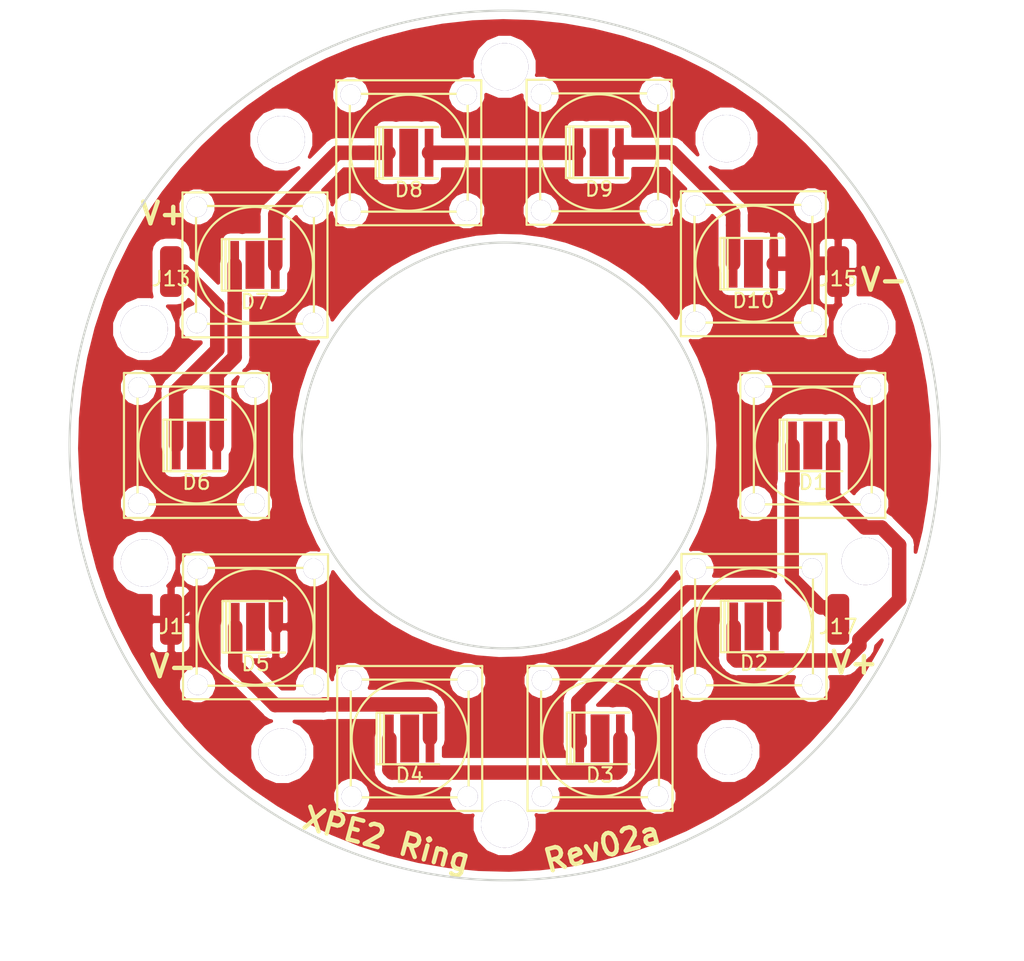
<source format=kicad_pcb>
(kicad_pcb (version 20171130) (host pcbnew "(5.0.0)")

  (general
    (thickness 1.6)
    (drawings 9)
    (tracks 63)
    (zones 0)
    (modules 24)
    (nets 22)
  )

  (page A4)
  (layers
    (0 F.Cu signal)
    (31 B.Cu signal)
    (32 B.Adhes user)
    (33 F.Adhes user)
    (34 B.Paste user)
    (35 F.Paste user)
    (36 B.SilkS user)
    (37 F.SilkS user)
    (38 B.Mask user)
    (39 F.Mask user)
    (40 Dwgs.User user)
    (41 Cmts.User user)
    (42 Eco1.User user)
    (43 Eco2.User user)
    (44 Edge.Cuts user)
    (45 Margin user)
    (46 B.CrtYd user)
    (47 F.CrtYd user)
    (48 B.Fab user)
    (49 F.Fab user)
  )

  (setup
    (last_trace_width 1)
    (trace_clearance 0.2)
    (zone_clearance 0.508)
    (zone_45_only no)
    (trace_min 0.2)
    (segment_width 0.2)
    (edge_width 0.15)
    (via_size 0.8)
    (via_drill 0.4)
    (via_min_size 0.4)
    (via_min_drill 0.3)
    (uvia_size 0.3)
    (uvia_drill 0.1)
    (uvias_allowed no)
    (uvia_min_size 0.2)
    (uvia_min_drill 0.1)
    (pcb_text_width 0.3)
    (pcb_text_size 1.5 1.5)
    (mod_edge_width 0.15)
    (mod_text_size 1 1)
    (mod_text_width 0.15)
    (pad_size 1.3 1.3)
    (pad_drill 1.3)
    (pad_to_mask_clearance 0.051)
    (solder_mask_min_width 0.25)
    (aux_axis_origin 0 0)
    (visible_elements 7FFFFFFF)
    (pcbplotparams
      (layerselection 0x010a0_7fffffff)
      (usegerberextensions false)
      (usegerberattributes false)
      (usegerberadvancedattributes false)
      (creategerberjobfile false)
      (excludeedgelayer true)
      (linewidth 0.100000)
      (plotframeref false)
      (viasonmask false)
      (mode 1)
      (useauxorigin false)
      (hpglpennumber 1)
      (hpglpenspeed 20)
      (hpglpendiameter 15.000000)
      (psnegative false)
      (psa4output false)
      (plotreference true)
      (plotvalue true)
      (plotinvisibletext false)
      (padsonsilk false)
      (subtractmaskfromsilk false)
      (outputformat 1)
      (mirror false)
      (drillshape 0)
      (scaleselection 1)
      (outputdirectory "gerber/"))
  )

  (net 0 "")
  (net 1 "Net-(J12-Pad1)")
  (net 2 "Net-(J3-Pad1)")
  (net 3 "Net-(J4-Pad1)")
  (net 4 "Net-(J5-Pad1)")
  (net 5 "Net-(J6-Pad1)")
  (net 6 "Net-(J7-Pad1)")
  (net 7 "Net-(J8-Pad1)")
  (net 8 "Net-(J9-Pad1)")
  (net 9 "Net-(J10-Pad1)")
  (net 10 "Net-(J11-Pad1)")
  (net 11 PGND)
  (net 12 "Net-(D7-Pad1)")
  (net 13 "Net-(D8-Pad1)")
  (net 14 VLED2)
  (net 15 "Net-(D6-Pad1)")
  (net 16 "Net-(D10-Pad2)")
  (net 17 "Net-(D2-Pad1)")
  (net 18 "Net-(D3-Pad1)")
  (net 19 "Net-(D1-Pad1)")
  (net 20 VLED1)
  (net 21 "Net-(D4-Pad1)")

  (net_class Default "This is the default net class."
    (clearance 0.2)
    (trace_width 1)
    (via_dia 0.8)
    (via_drill 0.4)
    (uvia_dia 0.3)
    (uvia_drill 0.1)
    (add_net "Net-(D1-Pad1)")
    (add_net "Net-(D10-Pad2)")
    (add_net "Net-(D2-Pad1)")
    (add_net "Net-(D3-Pad1)")
    (add_net "Net-(D4-Pad1)")
    (add_net "Net-(D6-Pad1)")
    (add_net "Net-(D7-Pad1)")
    (add_net "Net-(D8-Pad1)")
    (add_net "Net-(J10-Pad1)")
    (add_net "Net-(J11-Pad1)")
    (add_net "Net-(J12-Pad1)")
    (add_net "Net-(J3-Pad1)")
    (add_net "Net-(J4-Pad1)")
    (add_net "Net-(J5-Pad1)")
    (add_net "Net-(J6-Pad1)")
    (add_net "Net-(J7-Pad1)")
    (add_net "Net-(J8-Pad1)")
    (add_net "Net-(J9-Pad1)")
    (add_net PGND)
    (add_net VLED1)
    (add_net VLED2)
  )

  (module conn:large_smd_pad (layer F.Cu) (tedit 5C0828CF) (tstamp 5CD8B926)
    (at 23 12)
    (path /5CD984FF)
    (fp_text reference J17 (at 0 0.5) (layer F.SilkS)
      (effects (font (size 1 1) (thickness 0.15)))
    )
    (fp_text value Conn_01x01_Male (at 0 -0.5) (layer F.Fab)
      (effects (font (size 1 1) (thickness 0.15)))
    )
    (pad 1 smd roundrect (at 0 0) (size 1.524 3.5) (layers F.Cu F.Paste F.Mask) (roundrect_rratio 0.25)
      (net 20 VLED1))
  )

  (module conn:large_smd_pad (layer F.Cu) (tedit 5C0828CF) (tstamp 5CD8B90C)
    (at -23 12)
    (path /5CD984EF)
    (fp_text reference J1 (at 0 0.5) (layer F.SilkS)
      (effects (font (size 1 1) (thickness 0.15)))
    )
    (fp_text value Conn_01x01_Male (at 0 -0.5) (layer F.Fab)
      (effects (font (size 1 1) (thickness 0.15)))
    )
    (pad 1 smd roundrect (at 0 0) (size 1.524 3.5) (layers F.Cu F.Paste F.Mask) (roundrect_rratio 0.25)
      (net 11 PGND))
  )

  (module led:CREE_XTE_Carclo_10mm (layer F.Cu) (tedit 5CD7B646) (tstamp 5CE46B1E)
    (at -6.547 20.216)
    (path /5CD5F904)
    (fp_text reference D4 (at 0 2.54) (layer F.SilkS)
      (effects (font (size 1 1) (thickness 0.15)))
    )
    (fp_text value LED (at 0 -0.5) (layer F.Fab)
      (effects (font (size 1 1) (thickness 0.15)))
    )
    (fp_line (start 5 -5) (end 5 5) (layer F.SilkS) (width 0.15))
    (fp_line (start -5 5) (end -5 -5) (layer F.SilkS) (width 0.15))
    (fp_line (start -5 5) (end 5 5) (layer F.SilkS) (width 0.15))
    (fp_line (start -5 -5) (end 5 -5) (layer F.SilkS) (width 0.15))
    (fp_line (start -4.064 4.064) (end -4.064 -4.064) (layer F.SilkS) (width 0.15))
    (fp_line (start 4.064 4.064) (end -4.064 4.064) (layer F.SilkS) (width 0.15))
    (fp_line (start 4.064 -4.064) (end 4.064 4.064) (layer F.SilkS) (width 0.15))
    (fp_line (start -4.064 -4.064) (end 4.064 -4.064) (layer F.SilkS) (width 0.15))
    (fp_circle (center 0 0) (end 4 0) (layer F.SilkS) (width 0.15))
    (fp_line (start -2.032 1.778) (end -2.032 -1.778) (layer F.SilkS) (width 0.15))
    (fp_line (start -2.286 1.778) (end -1.778 1.778) (layer F.SilkS) (width 0.15))
    (fp_line (start -2.286 -1.778) (end -2.286 1.778) (layer F.SilkS) (width 0.15))
    (fp_line (start -1.778 -1.778) (end -2.286 -1.778) (layer F.SilkS) (width 0.15))
    (fp_line (start -1.778 -1.778) (end -1.778 1.778) (layer F.SilkS) (width 0.15))
    (fp_line (start 2.032 1.778) (end -1.778 1.778) (layer F.SilkS) (width 0.15))
    (fp_line (start -1.778 -1.778) (end 2.032 -1.778) (layer F.SilkS) (width 0.15))
    (pad "" thru_hole circle (at -4 4) (size 1.4 1.4) (drill 1.4) (layers *.Cu *.Mask))
    (pad "" thru_hole circle (at 4 4) (size 1.4 1.4) (drill 1.4) (layers *.Cu *.Mask))
    (pad "" thru_hole circle (at 4 -4) (size 1.4 1.4) (drill 1.4) (layers *.Cu *.Mask))
    (pad "" thru_hole circle (at -4 -4) (size 1.4 1.4) (drill 1.4) (layers *.Cu *.Mask))
    (pad 3 smd rect (at 0 0) (size 1.3 3.3) (layers F.Cu F.Paste F.Mask))
    (pad 2 smd rect (at -1.4 0) (size 0.6 3.3) (layers F.Cu F.Paste F.Mask)
      (net 18 "Net-(D3-Pad1)"))
    (pad 1 smd rect (at 1.4 0) (size 0.6 3.3) (layers F.Cu F.Paste F.Mask)
      (net 21 "Net-(D4-Pad1)"))
    (model ${KISYS3DMOD}/user.3dshapes/XLamp_XPG2_3D_STEP.stp
      (at (xyz 0 0 0))
      (scale (xyz 1 1 1))
      (rotate (xyz 0 0 0))
    )
  )

  (module led:CREE_XTE_Carclo_10mm (layer F.Cu) (tedit 5CD7B646) (tstamp 5CE46B08)
    (at 6.515 -20.227)
    (path /5CD60EFA)
    (fp_text reference D9 (at 0 2.54) (layer F.SilkS)
      (effects (font (size 1 1) (thickness 0.15)))
    )
    (fp_text value LED (at 0 -0.5) (layer F.Fab)
      (effects (font (size 1 1) (thickness 0.15)))
    )
    (fp_line (start 5 -5) (end 5 5) (layer F.SilkS) (width 0.15))
    (fp_line (start -5 5) (end -5 -5) (layer F.SilkS) (width 0.15))
    (fp_line (start -5 5) (end 5 5) (layer F.SilkS) (width 0.15))
    (fp_line (start -5 -5) (end 5 -5) (layer F.SilkS) (width 0.15))
    (fp_line (start -4.064 4.064) (end -4.064 -4.064) (layer F.SilkS) (width 0.15))
    (fp_line (start 4.064 4.064) (end -4.064 4.064) (layer F.SilkS) (width 0.15))
    (fp_line (start 4.064 -4.064) (end 4.064 4.064) (layer F.SilkS) (width 0.15))
    (fp_line (start -4.064 -4.064) (end 4.064 -4.064) (layer F.SilkS) (width 0.15))
    (fp_circle (center 0 0) (end 4 0) (layer F.SilkS) (width 0.15))
    (fp_line (start -2.032 1.778) (end -2.032 -1.778) (layer F.SilkS) (width 0.15))
    (fp_line (start -2.286 1.778) (end -1.778 1.778) (layer F.SilkS) (width 0.15))
    (fp_line (start -2.286 -1.778) (end -2.286 1.778) (layer F.SilkS) (width 0.15))
    (fp_line (start -1.778 -1.778) (end -2.286 -1.778) (layer F.SilkS) (width 0.15))
    (fp_line (start -1.778 -1.778) (end -1.778 1.778) (layer F.SilkS) (width 0.15))
    (fp_line (start 2.032 1.778) (end -1.778 1.778) (layer F.SilkS) (width 0.15))
    (fp_line (start -1.778 -1.778) (end 2.032 -1.778) (layer F.SilkS) (width 0.15))
    (pad "" thru_hole circle (at -4 4) (size 1.4 1.4) (drill 1.4) (layers *.Cu *.Mask))
    (pad "" thru_hole circle (at 4 4) (size 1.4 1.4) (drill 1.4) (layers *.Cu *.Mask))
    (pad "" thru_hole circle (at 4 -4) (size 1.4 1.4) (drill 1.4) (layers *.Cu *.Mask))
    (pad "" thru_hole circle (at -4 -4) (size 1.4 1.4) (drill 1.4) (layers *.Cu *.Mask))
    (pad 3 smd rect (at 0 0) (size 1.3 3.3) (layers F.Cu F.Paste F.Mask))
    (pad 2 smd rect (at -1.4 0) (size 0.6 3.3) (layers F.Cu F.Paste F.Mask)
      (net 13 "Net-(D8-Pad1)"))
    (pad 1 smd rect (at 1.4 0) (size 0.6 3.3) (layers F.Cu F.Paste F.Mask)
      (net 16 "Net-(D10-Pad2)"))
    (model ${KISYS3DMOD}/user.3dshapes/XLamp_XPG2_3D_STEP.stp
      (at (xyz 0 0 0))
      (scale (xyz 1 1 1))
      (rotate (xyz 0 0 0))
    )
  )

  (module led:CREE_XTE_Carclo_10mm (layer F.Cu) (tedit 5CD7B646) (tstamp 5CE46AF2)
    (at -6.612 -20.195)
    (path /5CD60ED4)
    (fp_text reference D8 (at 0 2.54) (layer F.SilkS)
      (effects (font (size 1 1) (thickness 0.15)))
    )
    (fp_text value LED (at 0 -0.5) (layer F.Fab)
      (effects (font (size 1 1) (thickness 0.15)))
    )
    (fp_line (start 5 -5) (end 5 5) (layer F.SilkS) (width 0.15))
    (fp_line (start -5 5) (end -5 -5) (layer F.SilkS) (width 0.15))
    (fp_line (start -5 5) (end 5 5) (layer F.SilkS) (width 0.15))
    (fp_line (start -5 -5) (end 5 -5) (layer F.SilkS) (width 0.15))
    (fp_line (start -4.064 4.064) (end -4.064 -4.064) (layer F.SilkS) (width 0.15))
    (fp_line (start 4.064 4.064) (end -4.064 4.064) (layer F.SilkS) (width 0.15))
    (fp_line (start 4.064 -4.064) (end 4.064 4.064) (layer F.SilkS) (width 0.15))
    (fp_line (start -4.064 -4.064) (end 4.064 -4.064) (layer F.SilkS) (width 0.15))
    (fp_circle (center 0 0) (end 4 0) (layer F.SilkS) (width 0.15))
    (fp_line (start -2.032 1.778) (end -2.032 -1.778) (layer F.SilkS) (width 0.15))
    (fp_line (start -2.286 1.778) (end -1.778 1.778) (layer F.SilkS) (width 0.15))
    (fp_line (start -2.286 -1.778) (end -2.286 1.778) (layer F.SilkS) (width 0.15))
    (fp_line (start -1.778 -1.778) (end -2.286 -1.778) (layer F.SilkS) (width 0.15))
    (fp_line (start -1.778 -1.778) (end -1.778 1.778) (layer F.SilkS) (width 0.15))
    (fp_line (start 2.032 1.778) (end -1.778 1.778) (layer F.SilkS) (width 0.15))
    (fp_line (start -1.778 -1.778) (end 2.032 -1.778) (layer F.SilkS) (width 0.15))
    (pad "" thru_hole circle (at -4 4) (size 1.4 1.4) (drill 1.4) (layers *.Cu *.Mask))
    (pad "" thru_hole circle (at 4 4) (size 1.4 1.4) (drill 1.4) (layers *.Cu *.Mask))
    (pad "" thru_hole circle (at 4 -4) (size 1.4 1.4) (drill 1.4) (layers *.Cu *.Mask))
    (pad "" thru_hole circle (at -4 -4) (size 1.4 1.4) (drill 1.4) (layers *.Cu *.Mask))
    (pad 3 smd rect (at 0 0) (size 1.3 3.3) (layers F.Cu F.Paste F.Mask))
    (pad 2 smd rect (at -1.4 0) (size 0.6 3.3) (layers F.Cu F.Paste F.Mask)
      (net 12 "Net-(D7-Pad1)"))
    (pad 1 smd rect (at 1.4 0) (size 0.6 3.3) (layers F.Cu F.Paste F.Mask)
      (net 13 "Net-(D8-Pad1)"))
    (model ${KISYS3DMOD}/user.3dshapes/XLamp_XPG2_3D_STEP.stp
      (at (xyz 0 0 0))
      (scale (xyz 1 1 1))
      (rotate (xyz 0 0 0))
    )
  )

  (module led:CREE_XTE_Carclo_10mm (layer F.Cu) (tedit 5CD7B646) (tstamp 5CE46ADC)
    (at 6.579 20.206)
    (path /5CD5F48B)
    (fp_text reference D3 (at 0 2.54) (layer F.SilkS)
      (effects (font (size 1 1) (thickness 0.15)))
    )
    (fp_text value LED (at 0 -0.5) (layer F.Fab)
      (effects (font (size 1 1) (thickness 0.15)))
    )
    (fp_line (start 5 -5) (end 5 5) (layer F.SilkS) (width 0.15))
    (fp_line (start -5 5) (end -5 -5) (layer F.SilkS) (width 0.15))
    (fp_line (start -5 5) (end 5 5) (layer F.SilkS) (width 0.15))
    (fp_line (start -5 -5) (end 5 -5) (layer F.SilkS) (width 0.15))
    (fp_line (start -4.064 4.064) (end -4.064 -4.064) (layer F.SilkS) (width 0.15))
    (fp_line (start 4.064 4.064) (end -4.064 4.064) (layer F.SilkS) (width 0.15))
    (fp_line (start 4.064 -4.064) (end 4.064 4.064) (layer F.SilkS) (width 0.15))
    (fp_line (start -4.064 -4.064) (end 4.064 -4.064) (layer F.SilkS) (width 0.15))
    (fp_circle (center 0 0) (end 4 0) (layer F.SilkS) (width 0.15))
    (fp_line (start -2.032 1.778) (end -2.032 -1.778) (layer F.SilkS) (width 0.15))
    (fp_line (start -2.286 1.778) (end -1.778 1.778) (layer F.SilkS) (width 0.15))
    (fp_line (start -2.286 -1.778) (end -2.286 1.778) (layer F.SilkS) (width 0.15))
    (fp_line (start -1.778 -1.778) (end -2.286 -1.778) (layer F.SilkS) (width 0.15))
    (fp_line (start -1.778 -1.778) (end -1.778 1.778) (layer F.SilkS) (width 0.15))
    (fp_line (start 2.032 1.778) (end -1.778 1.778) (layer F.SilkS) (width 0.15))
    (fp_line (start -1.778 -1.778) (end 2.032 -1.778) (layer F.SilkS) (width 0.15))
    (pad "" thru_hole circle (at -4 4) (size 1.4 1.4) (drill 1.4) (layers *.Cu *.Mask))
    (pad "" thru_hole circle (at 4 4) (size 1.4 1.4) (drill 1.4) (layers *.Cu *.Mask))
    (pad "" thru_hole circle (at 4 -4) (size 1.4 1.4) (drill 1.4) (layers *.Cu *.Mask))
    (pad "" thru_hole circle (at -4 -4) (size 1.4 1.4) (drill 1.4) (layers *.Cu *.Mask))
    (pad 3 smd rect (at 0 0) (size 1.3 3.3) (layers F.Cu F.Paste F.Mask))
    (pad 2 smd rect (at -1.4 0) (size 0.6 3.3) (layers F.Cu F.Paste F.Mask)
      (net 17 "Net-(D2-Pad1)"))
    (pad 1 smd rect (at 1.4 0) (size 0.6 3.3) (layers F.Cu F.Paste F.Mask)
      (net 18 "Net-(D3-Pad1)"))
    (model ${KISYS3DMOD}/user.3dshapes/XLamp_XPG2_3D_STEP.stp
      (at (xyz 0 0 0))
      (scale (xyz 1 1 1))
      (rotate (xyz 0 0 0))
    )
  )

  (module led:CREE_XTE_Carclo_10mm (layer F.Cu) (tedit 5CD7B646) (tstamp 5CE46AC6)
    (at 17.196 12.485)
    (path /5CD5F277)
    (fp_text reference D2 (at 0 2.54) (layer F.SilkS)
      (effects (font (size 1 1) (thickness 0.15)))
    )
    (fp_text value LED (at 0 -0.5) (layer F.Fab)
      (effects (font (size 1 1) (thickness 0.15)))
    )
    (fp_line (start 5 -5) (end 5 5) (layer F.SilkS) (width 0.15))
    (fp_line (start -5 5) (end -5 -5) (layer F.SilkS) (width 0.15))
    (fp_line (start -5 5) (end 5 5) (layer F.SilkS) (width 0.15))
    (fp_line (start -5 -5) (end 5 -5) (layer F.SilkS) (width 0.15))
    (fp_line (start -4.064 4.064) (end -4.064 -4.064) (layer F.SilkS) (width 0.15))
    (fp_line (start 4.064 4.064) (end -4.064 4.064) (layer F.SilkS) (width 0.15))
    (fp_line (start 4.064 -4.064) (end 4.064 4.064) (layer F.SilkS) (width 0.15))
    (fp_line (start -4.064 -4.064) (end 4.064 -4.064) (layer F.SilkS) (width 0.15))
    (fp_circle (center 0 0) (end 4 0) (layer F.SilkS) (width 0.15))
    (fp_line (start -2.032 1.778) (end -2.032 -1.778) (layer F.SilkS) (width 0.15))
    (fp_line (start -2.286 1.778) (end -1.778 1.778) (layer F.SilkS) (width 0.15))
    (fp_line (start -2.286 -1.778) (end -2.286 1.778) (layer F.SilkS) (width 0.15))
    (fp_line (start -1.778 -1.778) (end -2.286 -1.778) (layer F.SilkS) (width 0.15))
    (fp_line (start -1.778 -1.778) (end -1.778 1.778) (layer F.SilkS) (width 0.15))
    (fp_line (start 2.032 1.778) (end -1.778 1.778) (layer F.SilkS) (width 0.15))
    (fp_line (start -1.778 -1.778) (end 2.032 -1.778) (layer F.SilkS) (width 0.15))
    (pad "" thru_hole circle (at -4 4) (size 1.4 1.4) (drill 1.4) (layers *.Cu *.Mask))
    (pad "" thru_hole circle (at 4 4) (size 1.4 1.4) (drill 1.4) (layers *.Cu *.Mask))
    (pad "" thru_hole circle (at 4 -4) (size 1.4 1.4) (drill 1.4) (layers *.Cu *.Mask))
    (pad "" thru_hole circle (at -4 -4) (size 1.4 1.4) (drill 1.4) (layers *.Cu *.Mask))
    (pad 3 smd rect (at 0 0) (size 1.3 3.3) (layers F.Cu F.Paste F.Mask))
    (pad 2 smd rect (at -1.4 0) (size 0.6 3.3) (layers F.Cu F.Paste F.Mask)
      (net 19 "Net-(D1-Pad1)"))
    (pad 1 smd rect (at 1.4 0) (size 0.6 3.3) (layers F.Cu F.Paste F.Mask)
      (net 17 "Net-(D2-Pad1)"))
    (model ${KISYS3DMOD}/user.3dshapes/XLamp_XPG2_3D_STEP.stp
      (at (xyz 0 0 0))
      (scale (xyz 1 1 1))
      (rotate (xyz 0 0 0))
    )
  )

  (module led:CREE_XTE_Carclo_10mm (layer F.Cu) (tedit 5CD7B646) (tstamp 5CE46AB0)
    (at 21.25 0)
    (path /5CD5EEDF)
    (fp_text reference D1 (at 0 2.54) (layer F.SilkS)
      (effects (font (size 1 1) (thickness 0.15)))
    )
    (fp_text value LED (at 0 -0.5) (layer F.Fab)
      (effects (font (size 1 1) (thickness 0.15)))
    )
    (fp_line (start 5 -5) (end 5 5) (layer F.SilkS) (width 0.15))
    (fp_line (start -5 5) (end -5 -5) (layer F.SilkS) (width 0.15))
    (fp_line (start -5 5) (end 5 5) (layer F.SilkS) (width 0.15))
    (fp_line (start -5 -5) (end 5 -5) (layer F.SilkS) (width 0.15))
    (fp_line (start -4.064 4.064) (end -4.064 -4.064) (layer F.SilkS) (width 0.15))
    (fp_line (start 4.064 4.064) (end -4.064 4.064) (layer F.SilkS) (width 0.15))
    (fp_line (start 4.064 -4.064) (end 4.064 4.064) (layer F.SilkS) (width 0.15))
    (fp_line (start -4.064 -4.064) (end 4.064 -4.064) (layer F.SilkS) (width 0.15))
    (fp_circle (center 0 0) (end 4 0) (layer F.SilkS) (width 0.15))
    (fp_line (start -2.032 1.778) (end -2.032 -1.778) (layer F.SilkS) (width 0.15))
    (fp_line (start -2.286 1.778) (end -1.778 1.778) (layer F.SilkS) (width 0.15))
    (fp_line (start -2.286 -1.778) (end -2.286 1.778) (layer F.SilkS) (width 0.15))
    (fp_line (start -1.778 -1.778) (end -2.286 -1.778) (layer F.SilkS) (width 0.15))
    (fp_line (start -1.778 -1.778) (end -1.778 1.778) (layer F.SilkS) (width 0.15))
    (fp_line (start 2.032 1.778) (end -1.778 1.778) (layer F.SilkS) (width 0.15))
    (fp_line (start -1.778 -1.778) (end 2.032 -1.778) (layer F.SilkS) (width 0.15))
    (pad "" thru_hole circle (at -4 4) (size 1.4 1.4) (drill 1.4) (layers *.Cu *.Mask))
    (pad "" thru_hole circle (at 4 4) (size 1.4 1.4) (drill 1.4) (layers *.Cu *.Mask))
    (pad "" thru_hole circle (at 4 -4) (size 1.4 1.4) (drill 1.4) (layers *.Cu *.Mask))
    (pad "" thru_hole circle (at -4 -4) (size 1.4 1.4) (drill 1.4) (layers *.Cu *.Mask))
    (pad 3 smd rect (at 0 0) (size 1.3 3.3) (layers F.Cu F.Paste F.Mask))
    (pad 2 smd rect (at -1.4 0) (size 0.6 3.3) (layers F.Cu F.Paste F.Mask)
      (net 20 VLED1))
    (pad 1 smd rect (at 1.4 0) (size 0.6 3.3) (layers F.Cu F.Paste F.Mask)
      (net 19 "Net-(D1-Pad1)"))
    (model ${KISYS3DMOD}/user.3dshapes/XLamp_XPG2_3D_STEP.stp
      (at (xyz 0 0 0))
      (scale (xyz 1 1 1))
      (rotate (xyz 0 0 0))
    )
  )

  (module led:CREE_XTE_Carclo_10mm (layer F.Cu) (tedit 5CD7B646) (tstamp 5CE46A9A)
    (at -17.176 12.512)
    (path /5CD6009E)
    (fp_text reference D5 (at 0 2.54) (layer F.SilkS)
      (effects (font (size 1 1) (thickness 0.15)))
    )
    (fp_text value LED (at 0 -0.5) (layer F.Fab)
      (effects (font (size 1 1) (thickness 0.15)))
    )
    (fp_line (start 5 -5) (end 5 5) (layer F.SilkS) (width 0.15))
    (fp_line (start -5 5) (end -5 -5) (layer F.SilkS) (width 0.15))
    (fp_line (start -5 5) (end 5 5) (layer F.SilkS) (width 0.15))
    (fp_line (start -5 -5) (end 5 -5) (layer F.SilkS) (width 0.15))
    (fp_line (start -4.064 4.064) (end -4.064 -4.064) (layer F.SilkS) (width 0.15))
    (fp_line (start 4.064 4.064) (end -4.064 4.064) (layer F.SilkS) (width 0.15))
    (fp_line (start 4.064 -4.064) (end 4.064 4.064) (layer F.SilkS) (width 0.15))
    (fp_line (start -4.064 -4.064) (end 4.064 -4.064) (layer F.SilkS) (width 0.15))
    (fp_circle (center 0 0) (end 4 0) (layer F.SilkS) (width 0.15))
    (fp_line (start -2.032 1.778) (end -2.032 -1.778) (layer F.SilkS) (width 0.15))
    (fp_line (start -2.286 1.778) (end -1.778 1.778) (layer F.SilkS) (width 0.15))
    (fp_line (start -2.286 -1.778) (end -2.286 1.778) (layer F.SilkS) (width 0.15))
    (fp_line (start -1.778 -1.778) (end -2.286 -1.778) (layer F.SilkS) (width 0.15))
    (fp_line (start -1.778 -1.778) (end -1.778 1.778) (layer F.SilkS) (width 0.15))
    (fp_line (start 2.032 1.778) (end -1.778 1.778) (layer F.SilkS) (width 0.15))
    (fp_line (start -1.778 -1.778) (end 2.032 -1.778) (layer F.SilkS) (width 0.15))
    (pad "" thru_hole circle (at -4 4) (size 1.4 1.4) (drill 1.4) (layers *.Cu *.Mask))
    (pad "" thru_hole circle (at 4 4) (size 1.4 1.4) (drill 1.4) (layers *.Cu *.Mask))
    (pad "" thru_hole circle (at 4 -4) (size 1.4 1.4) (drill 1.4) (layers *.Cu *.Mask))
    (pad "" thru_hole circle (at -4 -4) (size 1.4 1.4) (drill 1.4) (layers *.Cu *.Mask))
    (pad 3 smd rect (at 0 0) (size 1.3 3.3) (layers F.Cu F.Paste F.Mask))
    (pad 2 smd rect (at -1.4 0) (size 0.6 3.3) (layers F.Cu F.Paste F.Mask)
      (net 21 "Net-(D4-Pad1)"))
    (pad 1 smd rect (at 1.4 0) (size 0.6 3.3) (layers F.Cu F.Paste F.Mask)
      (net 11 PGND))
    (model ${KISYS3DMOD}/user.3dshapes/XLamp_XPG2_3D_STEP.stp
      (at (xyz 0 0 0))
      (scale (xyz 1 1 1))
      (rotate (xyz 0 0 0))
    )
  )

  (module led:CREE_XTE_Carclo_10mm (layer F.Cu) (tedit 5CD7B646) (tstamp 5CE46A84)
    (at -21.25 0)
    (path /5CD60E88)
    (fp_text reference D6 (at 0 2.54) (layer F.SilkS)
      (effects (font (size 1 1) (thickness 0.15)))
    )
    (fp_text value LED (at 0 -0.5) (layer F.Fab)
      (effects (font (size 1 1) (thickness 0.15)))
    )
    (fp_line (start 5 -5) (end 5 5) (layer F.SilkS) (width 0.15))
    (fp_line (start -5 5) (end -5 -5) (layer F.SilkS) (width 0.15))
    (fp_line (start -5 5) (end 5 5) (layer F.SilkS) (width 0.15))
    (fp_line (start -5 -5) (end 5 -5) (layer F.SilkS) (width 0.15))
    (fp_line (start -4.064 4.064) (end -4.064 -4.064) (layer F.SilkS) (width 0.15))
    (fp_line (start 4.064 4.064) (end -4.064 4.064) (layer F.SilkS) (width 0.15))
    (fp_line (start 4.064 -4.064) (end 4.064 4.064) (layer F.SilkS) (width 0.15))
    (fp_line (start -4.064 -4.064) (end 4.064 -4.064) (layer F.SilkS) (width 0.15))
    (fp_circle (center 0 0) (end 4 0) (layer F.SilkS) (width 0.15))
    (fp_line (start -2.032 1.778) (end -2.032 -1.778) (layer F.SilkS) (width 0.15))
    (fp_line (start -2.286 1.778) (end -1.778 1.778) (layer F.SilkS) (width 0.15))
    (fp_line (start -2.286 -1.778) (end -2.286 1.778) (layer F.SilkS) (width 0.15))
    (fp_line (start -1.778 -1.778) (end -2.286 -1.778) (layer F.SilkS) (width 0.15))
    (fp_line (start -1.778 -1.778) (end -1.778 1.778) (layer F.SilkS) (width 0.15))
    (fp_line (start 2.032 1.778) (end -1.778 1.778) (layer F.SilkS) (width 0.15))
    (fp_line (start -1.778 -1.778) (end 2.032 -1.778) (layer F.SilkS) (width 0.15))
    (pad "" thru_hole circle (at -4 4) (size 1.4 1.4) (drill 1.4) (layers *.Cu *.Mask))
    (pad "" thru_hole circle (at 4 4) (size 1.4 1.4) (drill 1.4) (layers *.Cu *.Mask))
    (pad "" thru_hole circle (at 4 -4) (size 1.4 1.4) (drill 1.4) (layers *.Cu *.Mask))
    (pad "" thru_hole circle (at -4 -4) (size 1.4 1.4) (drill 1.4) (layers *.Cu *.Mask))
    (pad 3 smd rect (at 0 0) (size 1.3 3.3) (layers F.Cu F.Paste F.Mask))
    (pad 2 smd rect (at -1.4 0) (size 0.6 3.3) (layers F.Cu F.Paste F.Mask)
      (net 14 VLED2))
    (pad 1 smd rect (at 1.4 0) (size 0.6 3.3) (layers F.Cu F.Paste F.Mask)
      (net 15 "Net-(D6-Pad1)"))
    (model ${KISYS3DMOD}/user.3dshapes/XLamp_XPG2_3D_STEP.stp
      (at (xyz 0 0 0))
      (scale (xyz 1 1 1))
      (rotate (xyz 0 0 0))
    )
  )

  (module led:CREE_XTE_Carclo_10mm (layer F.Cu) (tedit 5CD7B646) (tstamp 5CE46A6E)
    (at -17.216 -12.458)
    (path /5CD60EAE)
    (fp_text reference D7 (at 0 2.54) (layer F.SilkS)
      (effects (font (size 1 1) (thickness 0.15)))
    )
    (fp_text value LED (at 0 -0.5) (layer F.Fab)
      (effects (font (size 1 1) (thickness 0.15)))
    )
    (fp_line (start 5 -5) (end 5 5) (layer F.SilkS) (width 0.15))
    (fp_line (start -5 5) (end -5 -5) (layer F.SilkS) (width 0.15))
    (fp_line (start -5 5) (end 5 5) (layer F.SilkS) (width 0.15))
    (fp_line (start -5 -5) (end 5 -5) (layer F.SilkS) (width 0.15))
    (fp_line (start -4.064 4.064) (end -4.064 -4.064) (layer F.SilkS) (width 0.15))
    (fp_line (start 4.064 4.064) (end -4.064 4.064) (layer F.SilkS) (width 0.15))
    (fp_line (start 4.064 -4.064) (end 4.064 4.064) (layer F.SilkS) (width 0.15))
    (fp_line (start -4.064 -4.064) (end 4.064 -4.064) (layer F.SilkS) (width 0.15))
    (fp_circle (center 0 0) (end 4 0) (layer F.SilkS) (width 0.15))
    (fp_line (start -2.032 1.778) (end -2.032 -1.778) (layer F.SilkS) (width 0.15))
    (fp_line (start -2.286 1.778) (end -1.778 1.778) (layer F.SilkS) (width 0.15))
    (fp_line (start -2.286 -1.778) (end -2.286 1.778) (layer F.SilkS) (width 0.15))
    (fp_line (start -1.778 -1.778) (end -2.286 -1.778) (layer F.SilkS) (width 0.15))
    (fp_line (start -1.778 -1.778) (end -1.778 1.778) (layer F.SilkS) (width 0.15))
    (fp_line (start 2.032 1.778) (end -1.778 1.778) (layer F.SilkS) (width 0.15))
    (fp_line (start -1.778 -1.778) (end 2.032 -1.778) (layer F.SilkS) (width 0.15))
    (pad "" thru_hole circle (at -4 4) (size 1.4 1.4) (drill 1.4) (layers *.Cu *.Mask))
    (pad "" thru_hole circle (at 4 4) (size 1.4 1.4) (drill 1.4) (layers *.Cu *.Mask))
    (pad "" thru_hole circle (at 4 -4) (size 1.4 1.4) (drill 1.4) (layers *.Cu *.Mask))
    (pad "" thru_hole circle (at -4 -4) (size 1.4 1.4) (drill 1.4) (layers *.Cu *.Mask))
    (pad 3 smd rect (at 0 0) (size 1.3 3.3) (layers F.Cu F.Paste F.Mask))
    (pad 2 smd rect (at -1.4 0) (size 0.6 3.3) (layers F.Cu F.Paste F.Mask)
      (net 15 "Net-(D6-Pad1)"))
    (pad 1 smd rect (at 1.4 0) (size 0.6 3.3) (layers F.Cu F.Paste F.Mask)
      (net 12 "Net-(D7-Pad1)"))
    (model ${KISYS3DMOD}/user.3dshapes/XLamp_XPG2_3D_STEP.stp
      (at (xyz 0 0 0))
      (scale (xyz 1 1 1))
      (rotate (xyz 0 0 0))
    )
  )

  (module led:CREE_XTE_Carclo_10mm (layer F.Cu) (tedit 5CD7B646) (tstamp 5CE46A58)
    (at 17.156 -12.54)
    (path /5CD60F20)
    (fp_text reference D10 (at 0 2.54) (layer F.SilkS)
      (effects (font (size 1 1) (thickness 0.15)))
    )
    (fp_text value LED (at 0 -0.5) (layer F.Fab)
      (effects (font (size 1 1) (thickness 0.15)))
    )
    (fp_line (start 5 -5) (end 5 5) (layer F.SilkS) (width 0.15))
    (fp_line (start -5 5) (end -5 -5) (layer F.SilkS) (width 0.15))
    (fp_line (start -5 5) (end 5 5) (layer F.SilkS) (width 0.15))
    (fp_line (start -5 -5) (end 5 -5) (layer F.SilkS) (width 0.15))
    (fp_line (start -4.064 4.064) (end -4.064 -4.064) (layer F.SilkS) (width 0.15))
    (fp_line (start 4.064 4.064) (end -4.064 4.064) (layer F.SilkS) (width 0.15))
    (fp_line (start 4.064 -4.064) (end 4.064 4.064) (layer F.SilkS) (width 0.15))
    (fp_line (start -4.064 -4.064) (end 4.064 -4.064) (layer F.SilkS) (width 0.15))
    (fp_circle (center 0 0) (end 4 0) (layer F.SilkS) (width 0.15))
    (fp_line (start -2.032 1.778) (end -2.032 -1.778) (layer F.SilkS) (width 0.15))
    (fp_line (start -2.286 1.778) (end -1.778 1.778) (layer F.SilkS) (width 0.15))
    (fp_line (start -2.286 -1.778) (end -2.286 1.778) (layer F.SilkS) (width 0.15))
    (fp_line (start -1.778 -1.778) (end -2.286 -1.778) (layer F.SilkS) (width 0.15))
    (fp_line (start -1.778 -1.778) (end -1.778 1.778) (layer F.SilkS) (width 0.15))
    (fp_line (start 2.032 1.778) (end -1.778 1.778) (layer F.SilkS) (width 0.15))
    (fp_line (start -1.778 -1.778) (end 2.032 -1.778) (layer F.SilkS) (width 0.15))
    (pad "" thru_hole circle (at -4 4) (size 1.4 1.4) (drill 1.4) (layers *.Cu *.Mask))
    (pad "" thru_hole circle (at 4 4) (size 1.4 1.4) (drill 1.4) (layers *.Cu *.Mask))
    (pad "" thru_hole circle (at 4 -4) (size 1.4 1.4) (drill 1.4) (layers *.Cu *.Mask))
    (pad "" thru_hole circle (at -4 -4) (size 1.4 1.4) (drill 1.4) (layers *.Cu *.Mask))
    (pad 3 smd rect (at 0 0) (size 1.3 3.3) (layers F.Cu F.Paste F.Mask))
    (pad 2 smd rect (at -1.4 0) (size 0.6 3.3) (layers F.Cu F.Paste F.Mask)
      (net 16 "Net-(D10-Pad2)"))
    (pad 1 smd rect (at 1.4 0) (size 0.6 3.3) (layers F.Cu F.Paste F.Mask)
      (net 11 PGND))
    (model ${KISYS3DMOD}/user.3dshapes/XLamp_XPG2_3D_STEP.stp
      (at (xyz 0 0 0))
      (scale (xyz 1 1 1))
      (rotate (xyz 0 0 0))
    )
  )

  (module conn:large_smd_pad (layer F.Cu) (tedit 5C0828CF) (tstamp 5CE3027C)
    (at 23 -12)
    (path /5CD8DF3E)
    (fp_text reference J15 (at 0 0.5) (layer F.SilkS)
      (effects (font (size 1 1) (thickness 0.15)))
    )
    (fp_text value Conn_01x01_Male (at 0 -0.5) (layer F.Fab)
      (effects (font (size 1 1) (thickness 0.15)))
    )
    (pad 1 smd roundrect (at 0 0) (size 1.524 3.5) (layers F.Cu F.Paste F.Mask) (roundrect_rratio 0.25)
      (net 11 PGND))
  )

  (module conn:large_smd_pad (layer F.Cu) (tedit 5C0828CF) (tstamp 5CE30272)
    (at -23 -12)
    (path /5CD8840B)
    (fp_text reference J13 (at 0 0.5) (layer F.SilkS)
      (effects (font (size 1 1) (thickness 0.15)))
    )
    (fp_text value Conn_01x01_Male (at 0 -0.5) (layer F.Fab)
      (effects (font (size 1 1) (thickness 0.15)))
    )
    (pad 1 smd roundrect (at 0 0) (size 1.524 3.5) (layers F.Cu F.Paste F.Mask) (roundrect_rratio 0.25)
      (net 14 VLED2))
  )

  (module myLib:SCREW_4 (layer F.Cu) (tedit 5B541961) (tstamp 5CE2E7FD)
    (at -24.835 8.109)
    (path /5CD7A0F7)
    (fp_text reference J11 (at 0 0.5) (layer F.SilkS)
      (effects (font (size 1 1) (thickness 0.15)))
    )
    (fp_text value Conn_01x01_Female (at 0 -0.5) (layer F.Fab)
      (effects (font (size 1 1) (thickness 0.15)))
    )
    (pad 1 thru_hole circle (at 0 0) (size 3.26 3.26) (drill 3.26) (layers *.Cu *.Mask)
      (net 10 "Net-(J11-Pad1)"))
  )

  (module myLib:SCREW_4 (layer F.Cu) (tedit 5B541961) (tstamp 5CE2E7F8)
    (at 0 26.125)
    (path /5CD7A0F1)
    (fp_text reference J10 (at 0 0.5) (layer F.SilkS)
      (effects (font (size 1 1) (thickness 0.15)))
    )
    (fp_text value Conn_01x01_Female (at 0 -0.5) (layer F.Fab)
      (effects (font (size 1 1) (thickness 0.15)))
    )
    (pad 1 thru_hole circle (at 0 0) (size 3.26 3.26) (drill 3.26) (layers *.Cu *.Mask)
      (net 9 "Net-(J10-Pad1)"))
  )

  (module myLib:SCREW_4 (layer F.Cu) (tedit 5B541961) (tstamp 5CE2E7F3)
    (at 0 -26.125)
    (path /5CD7A0EB)
    (fp_text reference J9 (at 0 0.5) (layer F.SilkS)
      (effects (font (size 1 1) (thickness 0.15)))
    )
    (fp_text value Conn_01x01_Female (at 0 -0.5) (layer F.Fab)
      (effects (font (size 1 1) (thickness 0.15)))
    )
    (pad 1 thru_hole circle (at 0 0) (size 3.26 3.26) (drill 3.26) (layers *.Cu *.Mask)
      (net 8 "Net-(J9-Pad1)"))
  )

  (module myLib:SCREW_4 (layer F.Cu) (tedit 5B541961) (tstamp 5CE2E7EE)
    (at -15.4 -21.104)
    (path /5CD7A0E5)
    (fp_text reference J8 (at 0 0.5) (layer F.SilkS)
      (effects (font (size 1 1) (thickness 0.15)))
    )
    (fp_text value Conn_01x01_Female (at 0 -0.5) (layer F.Fab)
      (effects (font (size 1 1) (thickness 0.15)))
    )
    (pad 1 thru_hole circle (at 0 0) (size 3.26 3.26) (drill 3.26) (layers *.Cu *.Mask)
      (net 7 "Net-(J8-Pad1)"))
  )

  (module myLib:SCREW_4 (layer F.Cu) (tedit 5B541961) (tstamp 5CE2E7E9)
    (at 15.433 21.079)
    (path /5CD76C1F)
    (fp_text reference J7 (at 0 0.5) (layer F.SilkS)
      (effects (font (size 1 1) (thickness 0.15)))
    )
    (fp_text value Conn_01x01_Female (at 0 -0.5) (layer F.Fab)
      (effects (font (size 1 1) (thickness 0.15)))
    )
    (pad 1 thru_hole circle (at 0 0) (size 3.26 3.26) (drill 3.26) (layers *.Cu *.Mask)
      (net 6 "Net-(J7-Pad1)"))
  )

  (module myLib:SCREW_4 (layer F.Cu) (tedit 5B541961) (tstamp 5CE2E7E4)
    (at -24.8605 -8.0295)
    (path /5CD76C19)
    (fp_text reference J6 (at 0 0.5) (layer F.SilkS)
      (effects (font (size 1 1) (thickness 0.15)))
    )
    (fp_text value Conn_01x01_Female (at 0 -0.5) (layer F.Fab)
      (effects (font (size 1 1) (thickness 0.15)))
    )
    (pad 1 thru_hole circle (at 0 0) (size 3.26 3.26) (drill 3.26) (layers *.Cu *.Mask)
      (net 5 "Net-(J6-Pad1)"))
  )

  (module myLib:SCREW_4 (layer F.Cu) (tedit 5B541961) (tstamp 5CE2E7DF)
    (at 15.299 -21.177)
    (path /5CD73747)
    (fp_text reference J5 (at 0 0.5) (layer F.SilkS)
      (effects (font (size 1 1) (thickness 0.15)))
    )
    (fp_text value Conn_01x01_Female (at 0 -0.5) (layer F.Fab)
      (effects (font (size 1 1) (thickness 0.15)))
    )
    (pad 1 thru_hole circle (at 0 0) (size 3.26 3.26) (drill 3.26) (layers *.Cu *.Mask)
      (net 4 "Net-(J5-Pad1)"))
  )

  (module myLib:SCREW_4 (layer F.Cu) (tedit 5B541961) (tstamp 5CE2E7DA)
    (at -15.332 21.153)
    (path /5CD702C5)
    (fp_text reference J4 (at 0 0.5) (layer F.SilkS)
      (effects (font (size 1 1) (thickness 0.15)))
    )
    (fp_text value Conn_01x01_Female (at 0 -0.5) (layer F.Fab)
      (effects (font (size 1 1) (thickness 0.15)))
    )
    (pad 1 thru_hole circle (at 0 0) (size 3.26 3.26) (drill 3.26) (layers *.Cu *.Mask)
      (net 3 "Net-(J4-Pad1)"))
  )

  (module myLib:SCREW_4 (layer F.Cu) (tedit 5B541961) (tstamp 5CE2E7D5)
    (at 24.873 7.99)
    (path /5CD70069)
    (fp_text reference J3 (at 0 0.5) (layer F.SilkS)
      (effects (font (size 1 1) (thickness 0.15)))
    )
    (fp_text value Conn_01x01_Female (at 0 -0.5) (layer F.Fab)
      (effects (font (size 1 1) (thickness 0.15)))
    )
    (pad 1 thru_hole circle (at 0 0) (size 3.26 3.26) (drill 3.26) (layers *.Cu *.Mask)
      (net 2 "Net-(J3-Pad1)"))
  )

  (module myLib:SCREW_4 (layer F.Cu) (tedit 5B541961) (tstamp 5CE2E7D0)
    (at 24.821 -8.148)
    (path /5CD7A0FD)
    (fp_text reference J12 (at 0 0.5) (layer F.SilkS)
      (effects (font (size 1 1) (thickness 0.15)))
    )
    (fp_text value Conn_01x01_Female (at 0 -0.5) (layer F.Fab)
      (effects (font (size 1 1) (thickness 0.15)))
    )
    (pad 1 thru_hole circle (at 0 0) (size 3.26 3.26) (drill 3.26) (layers *.Cu *.Mask)
      (net 1 "Net-(J12-Pad1)"))
  )

  (gr_text V+ (at 24.13 14.986) (layer F.SilkS) (tstamp 5CD8BCDB)
    (effects (font (size 1.5 1.5) (thickness 0.3)))
  )
  (gr_text V- (at 26.162 -11.43) (layer F.SilkS)
    (effects (font (size 1.5 1.5) (thickness 0.3)))
  )
  (gr_text Rev02a (at 6.731 27.686 15) (layer F.SilkS)
    (effects (font (size 1.5 1.5) (thickness 0.3)))
  )
  (gr_text "XPE2 Ring" (at -8.128 27.178 -15) (layer F.SilkS)
    (effects (font (size 1.5 1.5) (thickness 0.3)))
  )
  (gr_text V- (at -22.86 15.24) (layer F.SilkS)
    (effects (font (size 1.5 1.5) (thickness 0.3)))
  )
  (gr_text V+ (at -23.495 -16.002) (layer F.SilkS)
    (effects (font (size 1.5 1.5) (thickness 0.3)))
  )
  (gr_circle (center 0 0) (end 21.25 0) (layer Eco1.User) (width 0.2))
  (gr_circle (center 0 0) (end 30 0) (layer Edge.Cuts) (width 0.15))
  (gr_circle (center 0 0) (end 14 0) (layer Edge.Cuts) (width 0.15))

  (segment (start -22.16729 11.16729) (end -23 12) (width 1) (layer F.Cu) (net 11))
  (segment (start -21.161999 10.161999) (end -22.16729 11.16729) (width 1) (layer F.Cu) (net 11))
  (segment (start -15.965999 10.161999) (end -21.161999 10.161999) (width 1) (layer F.Cu) (net 11))
  (segment (start -15.776 10.351998) (end -15.965999 10.161999) (width 1) (layer F.Cu) (net 11))
  (segment (start -15.776 12.512) (end -15.776 10.351998) (width 1) (layer F.Cu) (net 11))
  (segment (start 22.46 -12.54) (end 23 -12) (width 1) (layer F.Cu) (net 11))
  (segment (start 18.556 -12.54) (end 22.46 -12.54) (width 1) (layer F.Cu) (net 11))
  (segment (start -9.312 -20.195) (end -8.012 -20.195) (width 1) (layer F.Cu) (net 12))
  (segment (start -11.551002 -20.195) (end -9.312 -20.195) (width 1) (layer F.Cu) (net 12))
  (segment (start -15.816 -15.930002) (end -11.551002 -20.195) (width 1) (layer F.Cu) (net 12))
  (segment (start -15.816 -12.458) (end -15.816 -15.930002) (width 1) (layer F.Cu) (net 12))
  (segment (start 5.083 -20.195) (end 5.115 -20.227) (width 1) (layer F.Cu) (net 13))
  (segment (start -5.212 -20.195) (end 5.083 -20.195) (width 1) (layer F.Cu) (net 13))
  (segment (start -19.815999 -9.677999) (end -19.815999 -6.600001) (width 1) (layer F.Cu) (net 14))
  (segment (start -22.138 -12) (end -19.815999 -9.677999) (width 1) (layer F.Cu) (net 14))
  (segment (start -23 -12) (end -22.138 -12) (width 1) (layer F.Cu) (net 14))
  (segment (start -22.65 -3.766) (end -22.65 0) (width 1) (layer F.Cu) (net 14))
  (segment (start -19.815999 -6.600001) (end -22.65 -3.766) (width 1) (layer F.Cu) (net 14))
  (segment (start -18.615988 -6.102941) (end -18.615988 -9.807988) (width 1) (layer F.Cu) (net 15))
  (segment (start -18.616 -9.808) (end -18.616 -12.458) (width 1) (layer F.Cu) (net 15))
  (segment (start -18.615988 -9.807988) (end -18.616 -9.808) (width 1) (layer F.Cu) (net 15))
  (segment (start -19.85 -4.86893) (end -18.615988 -6.102941) (width 1) (layer F.Cu) (net 15))
  (segment (start -19.85 0) (end -19.85 -4.86893) (width 1) (layer F.Cu) (net 15))
  (segment (start 15.756 -15.19) (end 15.756 -12.54) (width 1) (layer F.Cu) (net 16))
  (segment (start 15.756 -16.012002) (end 15.756 -15.19) (width 1) (layer F.Cu) (net 16))
  (segment (start 11.541002 -20.227) (end 15.756 -16.012002) (width 1) (layer F.Cu) (net 16))
  (segment (start 7.915 -20.227) (end 11.541002 -20.227) (width 1) (layer F.Cu) (net 16))
  (segment (start 12.600001 10.134999) (end 5.08 17.655) (width 1) (layer F.Cu) (net 17))
  (segment (start 18.406001 10.134999) (end 12.600001 10.134999) (width 1) (layer F.Cu) (net 17))
  (segment (start 18.596 12.485) (end 18.596 10.324998) (width 1) (layer F.Cu) (net 17))
  (segment (start 18.596 10.324998) (end 18.406001 10.134999) (width 1) (layer F.Cu) (net 17))
  (segment (start 5.08 17.655) (end 5.08 20.574) (width 1) (layer F.Cu) (net 17))
  (segment (start 5.179 20.475) (end 5.179 20.206) (width 1) (layer F.Cu) (net 17))
  (segment (start 5.08 20.574) (end 5.179 20.475) (width 1) (layer F.Cu) (net 17))
  (segment (start -7.947 22.376002) (end -7.947 20.216) (width 1) (layer F.Cu) (net 18))
  (segment (start -7.757001 22.566001) (end -7.947 22.376002) (width 1) (layer F.Cu) (net 18))
  (segment (start 7.779001 22.566001) (end -7.757001 22.566001) (width 1) (layer F.Cu) (net 18))
  (segment (start 7.979 22.366002) (end 7.779001 22.566001) (width 1) (layer F.Cu) (net 18))
  (segment (start 7.979 20.206) (end 7.979 22.366002) (width 1) (layer F.Cu) (net 18))
  (segment (start 22.65 0) (end 22.65 3.472002) (width 1) (layer F.Cu) (net 19))
  (segment (start 15.796 14.645002) (end 15.796 12.485) (width 1) (layer F.Cu) (net 19))
  (segment (start 15.985999 14.835001) (end 15.796 14.645002) (width 1) (layer F.Cu) (net 19))
  (segment (start 24.46201 13.816772) (end 23.443781 14.835001) (width 1) (layer F.Cu) (net 19))
  (segment (start 24.46201 13.38399) (end 24.46201 13.816772) (width 1) (layer F.Cu) (net 19))
  (segment (start 27.203001 10.642999) (end 24.46201 13.38399) (width 1) (layer F.Cu) (net 19))
  (segment (start 27.203001 6.871599) (end 27.203001 10.642999) (width 1) (layer F.Cu) (net 19))
  (segment (start 25.991401 5.659999) (end 27.203001 6.871599) (width 1) (layer F.Cu) (net 19))
  (segment (start 23.443781 14.835001) (end 15.985999 14.835001) (width 1) (layer F.Cu) (net 19))
  (segment (start 24.837997 5.659999) (end 25.991401 5.659999) (width 1) (layer F.Cu) (net 19))
  (segment (start 22.65 3.472002) (end 24.837997 5.659999) (width 1) (layer F.Cu) (net 19))
  (segment (start 22.16729 11.16729) (end 23 12) (width 1) (layer F.Cu) (net 20))
  (segment (start 21.806288 11.16729) (end 22.16729 11.16729) (width 1) (layer F.Cu) (net 20))
  (segment (start 19.795999 9.157001) (end 21.806288 11.16729) (width 1) (layer F.Cu) (net 20))
  (segment (start 19.795999 2.704001) (end 19.795999 9.157001) (width 1) (layer F.Cu) (net 20))
  (segment (start 19.85 2.65) (end 19.795999 2.704001) (width 1) (layer F.Cu) (net 20))
  (segment (start 19.85 0) (end 19.85 2.65) (width 1) (layer F.Cu) (net 20))
  (segment (start -18.576 15.162) (end -18.576 12.512) (width 1) (layer F.Cu) (net 21))
  (segment (start -15.825999 17.912001) (end -18.576 15.162) (width 1) (layer F.Cu) (net 21))
  (segment (start -12.503999 17.912001) (end -15.825999 17.912001) (width 1) (layer F.Cu) (net 21))
  (segment (start -12.457997 17.865999) (end -12.503999 17.912001) (width 1) (layer F.Cu) (net 21))
  (segment (start -5.336999 17.865999) (end -12.457997 17.865999) (width 1) (layer F.Cu) (net 21))
  (segment (start -5.147 18.055998) (end -5.336999 17.865999) (width 1) (layer F.Cu) (net 21))
  (segment (start -5.147 20.216) (end -5.147 18.055998) (width 1) (layer F.Cu) (net 21))

  (zone (net 11) (net_name PGND) (layer F.Cu) (tstamp 0) (hatch edge 0.508)
    (connect_pads (clearance 0.508))
    (min_thickness 0.254)
    (fill yes (arc_segments 16) (thermal_gap 0.508) (thermal_bridge_width 0.508))
    (polygon
      (pts
        (xy -34.798 -29.464) (xy 35.814 -30.734) (xy 27.686 28.448) (xy -30.48 35.56)
      )
    )
    (filled_polygon
      (pts
        (xy 1.992168 -29.222173) (xy 4.07638 -29.004952) (xy 6.139728 -28.639271) (xy 8.171649 -28.127002) (xy 10.161745 -27.470767)
        (xy 12.099829 -26.673924) (xy 13.97598 -25.740553) (xy 15.780596 -24.675431) (xy 17.504441 -23.484009) (xy 19.138689 -22.172385)
        (xy 20.674978 -20.747274) (xy 22.105444 -19.215969) (xy 23.422764 -17.586308) (xy 24.620196 -15.866633) (xy 25.691611 -14.065746)
        (xy 26.631526 -12.192864) (xy 27.435128 -10.257574) (xy 28.098306 -8.269781) (xy 28.617665 -6.23966) (xy 28.990546 -4.177601)
        (xy 29.215041 -2.09416) (xy 29.29 0) (xy 29.241432 1.68605) (xy 29.046048 3.772423) (xy 28.701995 5.839487)
        (xy 28.338001 7.349824) (xy 28.338001 6.983381) (xy 28.360236 6.871598) (xy 28.272147 6.428744) (xy 28.02129 6.05331)
        (xy 27.926522 5.989988) (xy 26.873014 4.936481) (xy 26.80969 4.84171) (xy 26.446786 4.599225) (xy 26.585 4.265548)
        (xy 26.585 3.734452) (xy 26.381758 3.243783) (xy 26.006217 2.868242) (xy 25.515548 2.665) (xy 24.984452 2.665)
        (xy 24.493783 2.868242) (xy 24.118242 3.243783) (xy 24.091492 3.308363) (xy 23.785 3.001871) (xy 23.785 -0.111783)
        (xy 23.719146 -0.442855) (xy 23.59744 -0.625001) (xy 23.59744 -1.65) (xy 23.548157 -1.897765) (xy 23.407809 -2.107809)
        (xy 23.197765 -2.248157) (xy 22.95 -2.29744) (xy 22.35 -2.29744) (xy 22.125 -2.252685) (xy 21.9 -2.29744)
        (xy 20.6 -2.29744) (xy 20.375 -2.252685) (xy 20.15 -2.29744) (xy 19.55 -2.29744) (xy 19.302235 -2.248157)
        (xy 19.092191 -2.107809) (xy 18.951843 -1.897765) (xy 18.90256 -1.65) (xy 18.90256 -0.625) (xy 18.780854 -0.442854)
        (xy 18.715 -0.111782) (xy 18.715001 2.320732) (xy 18.638764 2.704001) (xy 18.660999 2.815784) (xy 18.661 9.028486)
        (xy 18.517784 8.999999) (xy 18.406001 8.977764) (xy 18.294218 8.999999) (xy 14.427674 8.999999) (xy 14.531 8.750548)
        (xy 14.531 8.219452) (xy 14.327758 7.728783) (xy 13.952217 7.353242) (xy 13.461548 7.15) (xy 12.930452 7.15)
        (xy 12.842166 7.186569) (xy 13.41437 6.085028) (xy 13.985037 4.625109) (xy 14.227858 3.734452) (xy 15.915 3.734452)
        (xy 15.915 4.265548) (xy 16.118242 4.756217) (xy 16.493783 5.131758) (xy 16.984452 5.335) (xy 17.515548 5.335)
        (xy 18.006217 5.131758) (xy 18.381758 4.756217) (xy 18.585 4.265548) (xy 18.585 3.734452) (xy 18.381758 3.243783)
        (xy 18.006217 2.868242) (xy 17.515548 2.665) (xy 16.984452 2.665) (xy 16.493783 2.868242) (xy 16.118242 3.243783)
        (xy 15.915 3.734452) (xy 14.227858 3.734452) (xy 14.397336 3.112814) (xy 14.646598 1.56527) (xy 14.73 0)
        (xy 14.729978 -0.025709) (xy 14.643844 -1.590831) (xy 14.391881 -3.137938) (xy 14.082345 -4.265548) (xy 15.915 -4.265548)
        (xy 15.915 -3.734452) (xy 16.118242 -3.243783) (xy 16.493783 -2.868242) (xy 16.984452 -2.665) (xy 17.515548 -2.665)
        (xy 18.006217 -2.868242) (xy 18.381758 -3.243783) (xy 18.585 -3.734452) (xy 18.585 -4.265548) (xy 23.915 -4.265548)
        (xy 23.915 -3.734452) (xy 24.118242 -3.243783) (xy 24.493783 -2.868242) (xy 24.984452 -2.665) (xy 25.515548 -2.665)
        (xy 26.006217 -2.868242) (xy 26.381758 -3.243783) (xy 26.585 -3.734452) (xy 26.585 -4.265548) (xy 26.381758 -4.756217)
        (xy 26.006217 -5.131758) (xy 25.515548 -5.335) (xy 24.984452 -5.335) (xy 24.493783 -5.131758) (xy 24.118242 -4.756217)
        (xy 23.915 -4.265548) (xy 18.585 -4.265548) (xy 18.381758 -4.756217) (xy 18.006217 -5.131758) (xy 17.515548 -5.335)
        (xy 16.984452 -5.335) (xy 16.493783 -5.131758) (xy 16.118242 -4.756217) (xy 15.915 -4.265548) (xy 14.082345 -4.265548)
        (xy 13.976944 -4.64951) (xy 13.40373 -6.108431) (xy 12.815473 -7.236057) (xy 12.890452 -7.205) (xy 13.421548 -7.205)
        (xy 13.912217 -7.408242) (xy 14.287758 -7.783783) (xy 14.491 -8.274452) (xy 14.491 -8.805548) (xy 19.821 -8.805548)
        (xy 19.821 -8.274452) (xy 20.024242 -7.783783) (xy 20.399783 -7.408242) (xy 20.890452 -7.205) (xy 21.421548 -7.205)
        (xy 21.912217 -7.408242) (xy 22.287758 -7.783783) (xy 22.491 -8.274452) (xy 22.491 -8.598537) (xy 22.556 -8.598537)
        (xy 22.556 -7.697463) (xy 22.900826 -6.864981) (xy 23.537981 -6.227826) (xy 24.370463 -5.883) (xy 25.271537 -5.883)
        (xy 26.104019 -6.227826) (xy 26.741174 -6.864981) (xy 27.086 -7.697463) (xy 27.086 -8.598537) (xy 26.741174 -9.431019)
        (xy 26.104019 -10.068174) (xy 25.271537 -10.413) (xy 24.397 -10.413) (xy 24.397 -11.71425) (xy 24.23825 -11.873)
        (xy 23.127 -11.873) (xy 23.127 -9.77375) (xy 23.185279 -9.715472) (xy 22.900826 -9.431019) (xy 22.556 -8.598537)
        (xy 22.491 -8.598537) (xy 22.491 -8.805548) (xy 22.287758 -9.296217) (xy 21.912217 -9.671758) (xy 21.421548 -9.875)
        (xy 20.890452 -9.875) (xy 20.399783 -9.671758) (xy 20.024242 -9.296217) (xy 19.821 -8.805548) (xy 14.491 -8.805548)
        (xy 14.287758 -9.296217) (xy 13.912217 -9.671758) (xy 13.421548 -9.875) (xy 12.890452 -9.875) (xy 12.399783 -9.671758)
        (xy 12.024242 -9.296217) (xy 11.821 -8.805548) (xy 11.821 -8.786726) (xy 11.810155 -8.803018) (xy 10.807841 -10.00817)
        (xy 9.683137 -11.099989) (xy 8.448781 -12.06611) (xy 7.11875 -12.895592) (xy 5.708105 -13.579044) (xy 4.23282 -14.108725)
        (xy 2.709603 -14.478638) (xy 1.155702 -14.684592) (xy -0.411286 -14.724257) (xy -1.973617 -14.597183) (xy -3.513598 -14.304808)
        (xy -5.013791 -13.850444) (xy -6.457207 -13.239236) (xy -7.827501 -12.478106) (xy -9.109156 -11.575672) (xy -10.287657 -10.542154)
        (xy -11.34966 -9.389255) (xy -11.881 -8.672499) (xy -11.881 -8.723548) (xy -12.084242 -9.214217) (xy -12.459783 -9.589758)
        (xy -12.950452 -9.793) (xy -13.481548 -9.793) (xy -13.972217 -9.589758) (xy -14.347758 -9.214217) (xy -14.551 -8.723548)
        (xy -14.551 -8.192452) (xy -14.347758 -7.701783) (xy -13.972217 -7.326242) (xy -13.481548 -7.123) (xy -12.950452 -7.123)
        (xy -12.850901 -7.164235) (xy -13.077521 -6.778743) (xy -13.723812 -5.350691) (xy -14.214693 -3.862047) (xy -14.544605 -2.329668)
        (xy -14.709813 -0.770909) (xy -14.708445 0.796581) (xy -14.540517 2.35505) (xy -14.207931 3.88685) (xy -13.714452 5.374635)
        (xy -13.06567 6.801557) (xy -12.822597 7.213391) (xy -12.910452 7.177) (xy -13.441548 7.177) (xy -13.932217 7.380242)
        (xy -14.307758 7.755783) (xy -14.511 8.246452) (xy -14.511 8.777548) (xy -14.307758 9.268217) (xy -13.932217 9.643758)
        (xy -13.441548 9.847) (xy -12.910452 9.847) (xy -12.419783 9.643758) (xy -12.044242 9.268217) (xy -11.841 8.777548)
        (xy -11.841 8.726616) (xy -11.333255 9.40905) (xy -10.269242 10.560093) (xy -9.088938 11.591553) (xy -7.805711 12.491748)
        (xy -6.43409 13.250486) (xy -4.98961 13.859174) (xy -3.488626 14.310919) (xy -1.948137 14.600605) (xy -0.385586 14.724952)
        (xy 1.18133 14.682553) (xy 2.734869 14.473886) (xy 4.257438 14.101316) (xy 5.731796 13.569061) (xy 7.141246 12.883148)
        (xy 8.469827 12.051345) (xy 9.702496 11.083072) (xy 10.825292 9.989292) (xy 11.825501 8.782392) (xy 11.861 8.72886)
        (xy 11.861 8.750548) (xy 12.027489 9.152487) (xy 11.781712 9.31671) (xy 11.71839 9.411478) (xy 4.356482 16.773387)
        (xy 4.261711 16.836711) (xy 4.010855 17.212145) (xy 4.010854 17.212146) (xy 3.922765 17.655) (xy 3.945 17.766783)
        (xy 3.945001 20.462212) (xy 3.922765 20.574) (xy 4.010854 21.016854) (xy 4.010855 21.016855) (xy 4.23156 21.347163)
        (xy 4.23156 21.431001) (xy -4.19956 21.431001) (xy -4.19956 20.841001) (xy -4.077854 20.658855) (xy -4.012 20.327783)
        (xy -4.012 18.16778) (xy -3.989765 18.055997) (xy -4.077854 17.613144) (xy -4.077854 17.613143) (xy -4.328711 17.237709)
        (xy -4.423482 17.174385) (xy -4.455386 17.142481) (xy -4.51871 17.04771) (xy -4.894144 16.796853) (xy -5.225216 16.730999)
        (xy -5.336999 16.708764) (xy -5.448782 16.730999) (xy -9.315326 16.730999) (xy -9.212 16.481548) (xy -9.212 15.950452)
        (xy -3.882 15.950452) (xy -3.882 16.481548) (xy -3.678758 16.972217) (xy -3.303217 17.347758) (xy -2.812548 17.551)
        (xy -2.281452 17.551) (xy -1.790783 17.347758) (xy -1.415242 16.972217) (xy -1.212 16.481548) (xy -1.212 15.950452)
        (xy -1.216142 15.940452) (xy 1.244 15.940452) (xy 1.244 16.471548) (xy 1.447242 16.962217) (xy 1.822783 17.337758)
        (xy 2.313452 17.541) (xy 2.844548 17.541) (xy 3.335217 17.337758) (xy 3.710758 16.962217) (xy 3.914 16.471548)
        (xy 3.914 15.940452) (xy 3.710758 15.449783) (xy 3.335217 15.074242) (xy 2.844548 14.871) (xy 2.313452 14.871)
        (xy 1.822783 15.074242) (xy 1.447242 15.449783) (xy 1.244 15.940452) (xy -1.216142 15.940452) (xy -1.415242 15.459783)
        (xy -1.790783 15.084242) (xy -2.281452 14.881) (xy -2.812548 14.881) (xy -3.303217 15.084242) (xy -3.678758 15.459783)
        (xy -3.882 15.950452) (xy -9.212 15.950452) (xy -9.415242 15.459783) (xy -9.790783 15.084242) (xy -10.281452 14.881)
        (xy -10.812548 14.881) (xy -11.303217 15.084242) (xy -11.678758 15.459783) (xy -11.882 15.950452) (xy -11.882 16.147469)
        (xy -12.044242 15.755783) (xy -12.419783 15.380242) (xy -12.910452 15.177) (xy -13.441548 15.177) (xy -13.932217 15.380242)
        (xy -14.307758 15.755783) (xy -14.511 16.246452) (xy -14.511 16.777001) (xy -15.355867 16.777001) (xy -17.323429 14.80944)
        (xy -16.526 14.80944) (xy -16.287032 14.761907) (xy -16.202309 14.797) (xy -16.06175 14.797) (xy -15.903 14.63825)
        (xy -15.903 14.284869) (xy -15.87856 14.162) (xy -15.87856 12.639) (xy -15.649 12.639) (xy -15.649 14.63825)
        (xy -15.49025 14.797) (xy -15.349691 14.797) (xy -15.116302 14.700327) (xy -14.937673 14.521699) (xy -14.841 14.28831)
        (xy -14.841 12.79775) (xy -14.99975 12.639) (xy -15.649 12.639) (xy -15.87856 12.639) (xy -15.87856 10.862)
        (xy -15.903 10.739131) (xy -15.903 10.38575) (xy -15.649 10.38575) (xy -15.649 12.385) (xy -14.99975 12.385)
        (xy -14.841 12.22625) (xy -14.841 10.73569) (xy -14.937673 10.502301) (xy -15.116302 10.323673) (xy -15.349691 10.227)
        (xy -15.49025 10.227) (xy -15.649 10.38575) (xy -15.903 10.38575) (xy -16.06175 10.227) (xy -16.202309 10.227)
        (xy -16.287032 10.262093) (xy -16.526 10.21456) (xy -17.826 10.21456) (xy -18.051 10.259315) (xy -18.276 10.21456)
        (xy -18.876 10.21456) (xy -19.123765 10.263843) (xy -19.333809 10.404191) (xy -19.474157 10.614235) (xy -19.52344 10.862)
        (xy -19.52344 11.887001) (xy -19.645145 12.069145) (xy -19.710999 12.400217) (xy -19.711 15.050217) (xy -19.733235 15.162)
        (xy -19.661759 15.521335) (xy -19.645146 15.604854) (xy -19.394289 15.980289) (xy -19.299518 16.043613) (xy -16.70761 18.635522)
        (xy -16.644288 18.73029) (xy -16.268854 18.981147) (xy -16.09223 19.016279) (xy -16.615019 19.232826) (xy -17.252174 19.869981)
        (xy -17.597 20.702463) (xy -17.597 21.603537) (xy -17.252174 22.436019) (xy -16.615019 23.073174) (xy -15.782537 23.418)
        (xy -14.881463 23.418) (xy -14.048981 23.073174) (xy -13.411826 22.436019) (xy -13.067 21.603537) (xy -13.067 20.702463)
        (xy -13.411826 19.869981) (xy -14.048981 19.232826) (xy -14.497601 19.047001) (xy -12.615782 19.047001) (xy -12.503999 19.069236)
        (xy -12.392216 19.047001) (xy -12.160947 19.000999) (xy -8.89444 19.000999) (xy -8.89444 19.591001) (xy -9.016145 19.773145)
        (xy -9.081999 20.104217) (xy -9.082 22.264218) (xy -9.104235 22.376002) (xy -9.082 22.487784) (xy -9.016146 22.818856)
        (xy -8.765289 23.194291) (xy -8.670518 23.257615) (xy -8.638614 23.289519) (xy -8.57529 23.38429) (xy -8.199856 23.635147)
        (xy -8.017521 23.671416) (xy -7.757002 23.723236) (xy -7.645219 23.701001) (xy -3.778674 23.701001) (xy -3.882 23.950452)
        (xy -3.882 24.481548) (xy -3.678758 24.972217) (xy -3.303217 25.347758) (xy -2.812548 25.551) (xy -2.281452 25.551)
        (xy -2.199861 25.517204) (xy -2.265 25.674463) (xy -2.265 26.575537) (xy -1.920174 27.408019) (xy -1.283019 28.045174)
        (xy -0.450537 28.39) (xy 0.450537 28.39) (xy 1.283019 28.045174) (xy 1.920174 27.408019) (xy 2.265 26.575537)
        (xy 2.265 25.674463) (xy 2.188234 25.489133) (xy 2.313452 25.541) (xy 2.844548 25.541) (xy 3.335217 25.337758)
        (xy 3.710758 24.962217) (xy 3.914 24.471548) (xy 3.914 23.940452) (xy 9.244 23.940452) (xy 9.244 24.471548)
        (xy 9.447242 24.962217) (xy 9.822783 25.337758) (xy 10.313452 25.541) (xy 10.844548 25.541) (xy 11.335217 25.337758)
        (xy 11.710758 24.962217) (xy 11.914 24.471548) (xy 11.914 23.940452) (xy 11.710758 23.449783) (xy 11.335217 23.074242)
        (xy 10.844548 22.871) (xy 10.313452 22.871) (xy 9.822783 23.074242) (xy 9.447242 23.449783) (xy 9.244 23.940452)
        (xy 3.914 23.940452) (xy 3.814816 23.701001) (xy 7.667218 23.701001) (xy 7.779001 23.723236) (xy 7.890784 23.701001)
        (xy 8.221856 23.635147) (xy 8.59729 23.38429) (xy 8.660614 23.289519) (xy 8.702518 23.247615) (xy 8.797289 23.184291)
        (xy 9.048146 22.808857) (xy 9.114 22.477785) (xy 9.136235 22.366003) (xy 9.114 22.254221) (xy 9.114 20.628463)
        (xy 13.168 20.628463) (xy 13.168 21.529537) (xy 13.512826 22.362019) (xy 14.149981 22.999174) (xy 14.982463 23.344)
        (xy 15.883537 23.344) (xy 16.716019 22.999174) (xy 17.353174 22.362019) (xy 17.698 21.529537) (xy 17.698 20.628463)
        (xy 17.353174 19.795981) (xy 16.716019 19.158826) (xy 15.883537 18.814) (xy 14.982463 18.814) (xy 14.149981 19.158826)
        (xy 13.512826 19.795981) (xy 13.168 20.628463) (xy 9.114 20.628463) (xy 9.114 20.094217) (xy 9.048146 19.763145)
        (xy 8.92644 19.580999) (xy 8.92644 18.556) (xy 8.877157 18.308235) (xy 8.736809 18.098191) (xy 8.526765 17.957843)
        (xy 8.279 17.90856) (xy 7.679 17.90856) (xy 7.454 17.953315) (xy 7.229 17.90856) (xy 6.431571 17.90856)
        (xy 8.399679 15.940452) (xy 9.244 15.940452) (xy 9.244 16.471548) (xy 9.447242 16.962217) (xy 9.822783 17.337758)
        (xy 10.313452 17.541) (xy 10.844548 17.541) (xy 11.335217 17.337758) (xy 11.710758 16.962217) (xy 11.861 16.599501)
        (xy 11.861 16.750548) (xy 12.064242 17.241217) (xy 12.439783 17.616758) (xy 12.930452 17.82) (xy 13.461548 17.82)
        (xy 13.952217 17.616758) (xy 14.327758 17.241217) (xy 14.531 16.750548) (xy 14.531 16.219452) (xy 14.327758 15.728783)
        (xy 13.952217 15.353242) (xy 13.461548 15.15) (xy 12.930452 15.15) (xy 12.439783 15.353242) (xy 12.064242 15.728783)
        (xy 11.914 16.091499) (xy 11.914 15.940452) (xy 11.710758 15.449783) (xy 11.335217 15.074242) (xy 10.844548 14.871)
        (xy 10.313452 14.871) (xy 9.822783 15.074242) (xy 9.447242 15.449783) (xy 9.244 15.940452) (xy 8.399679 15.940452)
        (xy 13.070133 11.269999) (xy 14.84856 11.269999) (xy 14.84856 11.860001) (xy 14.726855 12.042145) (xy 14.661001 12.373217)
        (xy 14.661 14.533218) (xy 14.638765 14.645002) (xy 14.661 14.756784) (xy 14.726854 15.087856) (xy 14.977711 15.463291)
        (xy 15.072482 15.526615) (xy 15.104386 15.558519) (xy 15.16771 15.65329) (xy 15.543144 15.904147) (xy 15.725479 15.940416)
        (xy 15.985998 15.992236) (xy 16.097781 15.970001) (xy 19.964326 15.970001) (xy 19.861 16.219452) (xy 19.861 16.750548)
        (xy 20.064242 17.241217) (xy 20.439783 17.616758) (xy 20.930452 17.82) (xy 21.461548 17.82) (xy 21.952217 17.616758)
        (xy 22.327758 17.241217) (xy 22.531 16.750548) (xy 22.531 16.219452) (xy 22.427674 15.970001) (xy 23.331998 15.970001)
        (xy 23.443781 15.992236) (xy 23.555564 15.970001) (xy 23.886636 15.904147) (xy 24.26207 15.65329) (xy 24.325394 15.55852)
        (xy 25.185531 14.698383) (xy 25.280299 14.635061) (xy 25.531156 14.259626) (xy 25.59701 13.928554) (xy 25.615492 13.835639)
        (xy 26.0171 13.434031) (xy 25.885495 13.705664) (xy 24.839329 15.521335) (xy 23.666024 17.257561) (xy 22.371586 18.905456)
        (xy 20.96264 20.456584) (xy 19.446399 21.903006) (xy 17.830622 23.237319) (xy 16.123581 24.452694) (xy 14.334012 25.542909)
        (xy 12.471075 26.502384) (xy 10.544307 27.326209) (xy 8.563567 28.010166) (xy 6.538996 28.550755) (xy 4.480955 28.945209)
        (xy 2.399979 29.191509) (xy 0.306719 29.288394) (xy -1.788112 29.235368) (xy -3.87379 29.032703) (xy -5.93964 28.681436)
        (xy -7.975088 28.183365) (xy -9.969717 27.541039) (xy -11.913316 26.757746) (xy -13.795938 25.837496) (xy -15.607946 24.784998)
        (xy -16.83364 23.950452) (xy -11.882 23.950452) (xy -11.882 24.481548) (xy -11.678758 24.972217) (xy -11.303217 25.347758)
        (xy -10.812548 25.551) (xy -10.281452 25.551) (xy -9.790783 25.347758) (xy -9.415242 24.972217) (xy -9.212 24.481548)
        (xy -9.212 23.950452) (xy -9.415242 23.459783) (xy -9.790783 23.084242) (xy -10.281452 22.881) (xy -10.812548 22.881)
        (xy -11.303217 23.084242) (xy -11.678758 23.459783) (xy -11.882 23.950452) (xy -16.83364 23.950452) (xy -17.340066 23.605639)
        (xy -18.983432 22.305457) (xy -20.529632 20.891106) (xy -21.970753 19.369825) (xy -23.299418 17.7494) (xy -24.361597 16.246452)
        (xy -22.511 16.246452) (xy -22.511 16.777548) (xy -22.307758 17.268217) (xy -21.932217 17.643758) (xy -21.441548 17.847)
        (xy -20.910452 17.847) (xy -20.419783 17.643758) (xy -20.044242 17.268217) (xy -19.841 16.777548) (xy -19.841 16.246452)
        (xy -20.044242 15.755783) (xy -20.419783 15.380242) (xy -20.910452 15.177) (xy -21.441548 15.177) (xy -21.932217 15.380242)
        (xy -22.307758 15.755783) (xy -22.511 16.246452) (xy -24.361597 16.246452) (xy -24.508827 16.038127) (xy -25.592788 14.244763)
        (xy -26.545755 12.378489) (xy -26.585024 12.28575) (xy -24.397 12.28575) (xy -24.397 13.87631) (xy -24.300327 14.109699)
        (xy -24.121698 14.288327) (xy -23.888309 14.385) (xy -23.28575 14.385) (xy -23.127 14.22625) (xy -23.127 12.127)
        (xy -22.873 12.127) (xy -22.873 14.22625) (xy -22.71425 14.385) (xy -22.111691 14.385) (xy -21.878302 14.288327)
        (xy -21.699673 14.109699) (xy -21.603 13.87631) (xy -21.603 12.28575) (xy -21.76175 12.127) (xy -22.873 12.127)
        (xy -23.127 12.127) (xy -24.23825 12.127) (xy -24.397 12.28575) (xy -26.585024 12.28575) (xy -27.362849 10.448856)
        (xy -28.039888 8.465741) (xy -28.252426 7.658463) (xy -27.1 7.658463) (xy -27.1 8.559537) (xy -26.755174 9.392019)
        (xy -26.118019 10.029174) (xy -25.285537 10.374) (xy -24.397 10.374) (xy -24.397 11.71425) (xy -24.23825 11.873)
        (xy -23.127 11.873) (xy -23.127 9.77375) (xy -22.873 9.77375) (xy -22.873 11.873) (xy -21.76175 11.873)
        (xy -21.603 11.71425) (xy -21.603 10.12369) (xy -21.699673 9.890301) (xy -21.878302 9.711673) (xy -22.111691 9.615)
        (xy -22.71425 9.615) (xy -22.873 9.77375) (xy -23.127 9.77375) (xy -23.211779 9.688972) (xy -22.914826 9.392019)
        (xy -22.57 8.559537) (xy -22.57 8.246452) (xy -22.511 8.246452) (xy -22.511 8.777548) (xy -22.307758 9.268217)
        (xy -21.932217 9.643758) (xy -21.441548 9.847) (xy -20.910452 9.847) (xy -20.419783 9.643758) (xy -20.044242 9.268217)
        (xy -19.841 8.777548) (xy -19.841 8.246452) (xy -20.044242 7.755783) (xy -20.419783 7.380242) (xy -20.910452 7.177)
        (xy -21.441548 7.177) (xy -21.932217 7.380242) (xy -22.307758 7.755783) (xy -22.511 8.246452) (xy -22.57 8.246452)
        (xy -22.57 7.658463) (xy -22.914826 6.825981) (xy -23.551981 6.188826) (xy -24.384463 5.844) (xy -25.285537 5.844)
        (xy -26.118019 6.188826) (xy -26.755174 6.825981) (xy -27.1 7.658463) (xy -28.252426 7.658463) (xy -28.573407 6.439295)
        (xy -28.960674 4.37989) (xy -29.034783 3.734452) (xy -26.585 3.734452) (xy -26.585 4.265548) (xy -26.381758 4.756217)
        (xy -26.006217 5.131758) (xy -25.515548 5.335) (xy -24.984452 5.335) (xy -24.493783 5.131758) (xy -24.118242 4.756217)
        (xy -23.915 4.265548) (xy -23.915 3.734452) (xy -18.585 3.734452) (xy -18.585 4.265548) (xy -18.381758 4.756217)
        (xy -18.006217 5.131758) (xy -17.515548 5.335) (xy -16.984452 5.335) (xy -16.493783 5.131758) (xy -16.118242 4.756217)
        (xy -15.915 4.265548) (xy -15.915 3.734452) (xy -16.118242 3.243783) (xy -16.493783 2.868242) (xy -16.984452 2.665)
        (xy -17.515548 2.665) (xy -18.006217 2.868242) (xy -18.381758 3.243783) (xy -18.585 3.734452) (xy -23.915 3.734452)
        (xy -24.118242 3.243783) (xy -24.493783 2.868242) (xy -24.984452 2.665) (xy -25.515548 2.665) (xy -26.006217 2.868242)
        (xy -26.381758 3.243783) (xy -26.585 3.734452) (xy -29.034783 3.734452) (xy -29.199709 2.298067) (xy -29.289286 0.204481)
        (xy -29.228948 -1.890151) (xy -29.019004 -3.975109) (xy -28.968576 -4.265548) (xy -26.585 -4.265548) (xy -26.585 -3.734452)
        (xy -26.381758 -3.243783) (xy -26.006217 -2.868242) (xy -25.515548 -2.665) (xy -24.984452 -2.665) (xy -24.493783 -2.868242)
        (xy -24.118242 -3.243783) (xy -23.915 -3.734452) (xy -23.915 -4.265548) (xy -24.118242 -4.756217) (xy -24.493783 -5.131758)
        (xy -24.984452 -5.335) (xy -25.515548 -5.335) (xy -26.006217 -5.131758) (xy -26.381758 -4.756217) (xy -26.585 -4.265548)
        (xy -28.968576 -4.265548) (xy -28.660528 -6.039721) (xy -28.155355 -8.073418) (xy -28.022845 -8.480037) (xy -27.1255 -8.480037)
        (xy -27.1255 -7.578963) (xy -26.780674 -6.746481) (xy -26.143519 -6.109326) (xy -25.311037 -5.7645) (xy -24.409963 -5.7645)
        (xy -23.577481 -6.109326) (xy -22.940326 -6.746481) (xy -22.5955 -7.578963) (xy -22.5955 -8.480037) (xy -22.940326 -9.312519)
        (xy -23.230367 -9.60256) (xy -22.619 -9.60256) (xy -22.225433 -9.680845) (xy -21.891783 -9.903783) (xy -21.793702 -10.050571)
        (xy -21.520144 -9.777013) (xy -21.972217 -9.589758) (xy -22.347758 -9.214217) (xy -22.551 -8.723548) (xy -22.551 -8.192452)
        (xy -22.347758 -7.701783) (xy -21.972217 -7.326242) (xy -21.481548 -7.123) (xy -20.950998 -7.123) (xy -20.950998 -7.070134)
        (xy -23.373518 -4.647613) (xy -23.468289 -4.584289) (xy -23.681264 -4.265548) (xy -23.719146 -4.208854) (xy -23.807235 -3.766)
        (xy -23.785 -3.654217) (xy -23.784999 0.111783) (xy -23.719145 0.442855) (xy -23.59744 0.624999) (xy -23.59744 1.65)
        (xy -23.548157 1.897765) (xy -23.407809 2.107809) (xy -23.197765 2.248157) (xy -22.95 2.29744) (xy -22.35 2.29744)
        (xy -22.125 2.252685) (xy -21.9 2.29744) (xy -20.6 2.29744) (xy -20.375 2.252685) (xy -20.15 2.29744)
        (xy -19.55 2.29744) (xy -19.302235 2.248157) (xy -19.092191 2.107809) (xy -18.951843 1.897765) (xy -18.90256 1.65)
        (xy -18.90256 0.625001) (xy -18.780854 0.442855) (xy -18.715 0.111783) (xy -18.715 -4.398798) (xy -18.398854 -4.714943)
        (xy -18.585 -4.265548) (xy -18.585 -3.734452) (xy -18.381758 -3.243783) (xy -18.006217 -2.868242) (xy -17.515548 -2.665)
        (xy -16.984452 -2.665) (xy -16.493783 -2.868242) (xy -16.118242 -3.243783) (xy -15.915 -3.734452) (xy -15.915 -4.265548)
        (xy -16.118242 -4.756217) (xy -16.493783 -5.131758) (xy -16.984452 -5.335) (xy -17.515548 -5.335) (xy -17.964943 -5.148854)
        (xy -17.892467 -5.22133) (xy -17.797699 -5.284652) (xy -17.546842 -5.660086) (xy -17.502502 -5.883) (xy -17.458753 -6.10294)
        (xy -17.480988 -6.214723) (xy -17.480988 -9.696205) (xy -17.458753 -9.807988) (xy -17.481 -9.919831) (xy -17.481 -10.16056)
        (xy -16.566 -10.16056) (xy -16.341 -10.205315) (xy -16.116 -10.16056) (xy -15.516 -10.16056) (xy -15.268235 -10.209843)
        (xy -15.058191 -10.350191) (xy -14.917843 -10.560235) (xy -14.86856 -10.808) (xy -14.86856 -11.832999) (xy -14.746854 -12.015145)
        (xy -14.681 -12.346217) (xy -14.681 -15.459871) (xy -14.374508 -15.766363) (xy -14.347758 -15.701783) (xy -13.972217 -15.326242)
        (xy -13.481548 -15.123) (xy -12.950452 -15.123) (xy -12.459783 -15.326242) (xy -12.084242 -15.701783) (xy -11.947 -16.033114)
        (xy -11.947 -15.929452) (xy -11.743758 -15.438783) (xy -11.368217 -15.063242) (xy -10.877548 -14.86) (xy -10.346452 -14.86)
        (xy -9.855783 -15.063242) (xy -9.480242 -15.438783) (xy -9.277 -15.929452) (xy -9.277 -16.460548) (xy -3.947 -16.460548)
        (xy -3.947 -15.929452) (xy -3.743758 -15.438783) (xy -3.368217 -15.063242) (xy -2.877548 -14.86) (xy -2.346452 -14.86)
        (xy -1.855783 -15.063242) (xy -1.480242 -15.438783) (xy -1.277 -15.929452) (xy -1.277 -16.460548) (xy -1.290254 -16.492548)
        (xy 1.18 -16.492548) (xy 1.18 -15.961452) (xy 1.383242 -15.470783) (xy 1.758783 -15.095242) (xy 2.249452 -14.892)
        (xy 2.780548 -14.892) (xy 3.271217 -15.095242) (xy 3.646758 -15.470783) (xy 3.85 -15.961452) (xy 3.85 -16.492548)
        (xy 3.646758 -16.983217) (xy 3.271217 -17.358758) (xy 2.780548 -17.562) (xy 2.249452 -17.562) (xy 1.758783 -17.358758)
        (xy 1.383242 -16.983217) (xy 1.18 -16.492548) (xy -1.290254 -16.492548) (xy -1.480242 -16.951217) (xy -1.855783 -17.326758)
        (xy -2.346452 -17.53) (xy -2.877548 -17.53) (xy -3.368217 -17.326758) (xy -3.743758 -16.951217) (xy -3.947 -16.460548)
        (xy -9.277 -16.460548) (xy -9.480242 -16.951217) (xy -9.855783 -17.326758) (xy -10.346452 -17.53) (xy -10.877548 -17.53)
        (xy -11.368217 -17.326758) (xy -11.743758 -16.951217) (xy -11.881 -16.619886) (xy -11.881 -16.723548) (xy -12.084242 -17.214217)
        (xy -12.459783 -17.589758) (xy -12.524363 -17.616508) (xy -11.08087 -19.06) (xy -8.95944 -19.06) (xy -8.95944 -18.545)
        (xy -8.910157 -18.297235) (xy -8.769809 -18.087191) (xy -8.559765 -17.946843) (xy -8.312 -17.89756) (xy -7.712 -17.89756)
        (xy -7.487 -17.942315) (xy -7.262 -17.89756) (xy -5.962 -17.89756) (xy -5.737 -17.942315) (xy -5.512 -17.89756)
        (xy -4.912 -17.89756) (xy -4.664235 -17.946843) (xy -4.454191 -18.087191) (xy -4.313843 -18.297235) (xy -4.26456 -18.545)
        (xy -4.26456 -19.06) (xy 4.16756 -19.06) (xy 4.16756 -18.577) (xy 4.216843 -18.329235) (xy 4.357191 -18.119191)
        (xy 4.567235 -17.978843) (xy 4.815 -17.92956) (xy 5.415 -17.92956) (xy 5.64 -17.974315) (xy 5.865 -17.92956)
        (xy 7.165 -17.92956) (xy 7.39 -17.974315) (xy 7.615 -17.92956) (xy 8.215 -17.92956) (xy 8.462765 -17.978843)
        (xy 8.672809 -18.119191) (xy 8.813157 -18.329235) (xy 8.86244 -18.577) (xy 8.86244 -19.092) (xy 11.070871 -19.092)
        (xy 12.464363 -17.698508) (xy 12.399783 -17.671758) (xy 12.024242 -17.296217) (xy 11.821 -16.805548) (xy 11.821 -16.56256)
        (xy 11.646758 -16.983217) (xy 11.271217 -17.358758) (xy 10.780548 -17.562) (xy 10.249452 -17.562) (xy 9.758783 -17.358758)
        (xy 9.383242 -16.983217) (xy 9.18 -16.492548) (xy 9.18 -15.961452) (xy 9.383242 -15.470783) (xy 9.758783 -15.095242)
        (xy 10.249452 -14.892) (xy 10.780548 -14.892) (xy 11.271217 -15.095242) (xy 11.646758 -15.470783) (xy 11.85 -15.961452)
        (xy 11.85 -16.20444) (xy 12.024242 -15.783783) (xy 12.399783 -15.408242) (xy 12.890452 -15.205) (xy 13.421548 -15.205)
        (xy 13.912217 -15.408242) (xy 14.287758 -15.783783) (xy 14.314508 -15.848362) (xy 14.621 -15.54187) (xy 14.621 -15.301782)
        (xy 14.621001 -12.428217) (xy 14.686855 -12.097145) (xy 14.80856 -11.915001) (xy 14.80856 -10.89) (xy 14.857843 -10.642235)
        (xy 14.998191 -10.432191) (xy 15.208235 -10.291843) (xy 15.456 -10.24256) (xy 16.056 -10.24256) (xy 16.281 -10.287315)
        (xy 16.506 -10.24256) (xy 17.806 -10.24256) (xy 18.044968 -10.290093) (xy 18.129691 -10.255) (xy 18.27025 -10.255)
        (xy 18.429 -10.41375) (xy 18.429 -10.767131) (xy 18.45344 -10.89) (xy 18.45344 -12.413) (xy 18.683 -12.413)
        (xy 18.683 -10.41375) (xy 18.84175 -10.255) (xy 18.982309 -10.255) (xy 19.215698 -10.351673) (xy 19.394327 -10.530301)
        (xy 19.491 -10.76369) (xy 19.491 -11.71425) (xy 21.603 -11.71425) (xy 21.603 -10.12369) (xy 21.699673 -9.890301)
        (xy 21.878302 -9.711673) (xy 22.111691 -9.615) (xy 22.71425 -9.615) (xy 22.873 -9.77375) (xy 22.873 -11.873)
        (xy 21.76175 -11.873) (xy 21.603 -11.71425) (xy 19.491 -11.71425) (xy 19.491 -12.25425) (xy 19.33225 -12.413)
        (xy 18.683 -12.413) (xy 18.45344 -12.413) (xy 18.45344 -14.19) (xy 18.429 -14.312869) (xy 18.429 -14.66625)
        (xy 18.683 -14.66625) (xy 18.683 -12.667) (xy 19.33225 -12.667) (xy 19.491 -12.82575) (xy 19.491 -13.87631)
        (xy 21.603 -13.87631) (xy 21.603 -12.28575) (xy 21.76175 -12.127) (xy 22.873 -12.127) (xy 22.873 -14.22625)
        (xy 23.127 -14.22625) (xy 23.127 -12.127) (xy 24.23825 -12.127) (xy 24.397 -12.28575) (xy 24.397 -13.87631)
        (xy 24.300327 -14.109699) (xy 24.121698 -14.288327) (xy 23.888309 -14.385) (xy 23.28575 -14.385) (xy 23.127 -14.22625)
        (xy 22.873 -14.22625) (xy 22.71425 -14.385) (xy 22.111691 -14.385) (xy 21.878302 -14.288327) (xy 21.699673 -14.109699)
        (xy 21.603 -13.87631) (xy 19.491 -13.87631) (xy 19.491 -14.31631) (xy 19.394327 -14.549699) (xy 19.215698 -14.728327)
        (xy 18.982309 -14.825) (xy 18.84175 -14.825) (xy 18.683 -14.66625) (xy 18.429 -14.66625) (xy 18.27025 -14.825)
        (xy 18.129691 -14.825) (xy 18.044968 -14.789907) (xy 17.806 -14.83744) (xy 16.891 -14.83744) (xy 16.891 -15.900221)
        (xy 16.913235 -16.012003) (xy 16.864075 -16.259146) (xy 16.825146 -16.454857) (xy 16.590822 -16.805548) (xy 19.821 -16.805548)
        (xy 19.821 -16.274452) (xy 20.024242 -15.783783) (xy 20.399783 -15.408242) (xy 20.890452 -15.205) (xy 21.421548 -15.205)
        (xy 21.912217 -15.408242) (xy 22.287758 -15.783783) (xy 22.491 -16.274452) (xy 22.491 -16.805548) (xy 22.287758 -17.296217)
        (xy 21.912217 -17.671758) (xy 21.421548 -17.875) (xy 20.890452 -17.875) (xy 20.399783 -17.671758) (xy 20.024242 -17.296217)
        (xy 19.821 -16.805548) (xy 16.590822 -16.805548) (xy 16.574289 -16.830291) (xy 16.479522 -16.893612) (xy 14.187249 -19.185884)
        (xy 14.848463 -18.912) (xy 15.749537 -18.912) (xy 16.582019 -19.256826) (xy 17.219174 -19.893981) (xy 17.564 -20.726463)
        (xy 17.564 -21.627537) (xy 17.219174 -22.460019) (xy 16.582019 -23.097174) (xy 15.749537 -23.442) (xy 14.848463 -23.442)
        (xy 14.015981 -23.097174) (xy 13.378826 -22.460019) (xy 13.034 -21.627537) (xy 13.034 -20.726463) (xy 13.307884 -20.065249)
        (xy 12.422615 -20.950518) (xy 12.359291 -21.045289) (xy 11.983857 -21.296146) (xy 11.652785 -21.362) (xy 11.541002 -21.384235)
        (xy 11.429219 -21.362) (xy 8.86244 -21.362) (xy 8.86244 -21.877) (xy 8.813157 -22.124765) (xy 8.672809 -22.334809)
        (xy 8.462765 -22.475157) (xy 8.215 -22.52444) (xy 7.615 -22.52444) (xy 7.39 -22.479685) (xy 7.165 -22.52444)
        (xy 5.865 -22.52444) (xy 5.64 -22.479685) (xy 5.415 -22.52444) (xy 4.815 -22.52444) (xy 4.567235 -22.475157)
        (xy 4.357191 -22.334809) (xy 4.216843 -22.124765) (xy 4.16756 -21.877) (xy 4.16756 -21.33) (xy -4.26456 -21.33)
        (xy -4.26456 -21.845) (xy -4.313843 -22.092765) (xy -4.454191 -22.302809) (xy -4.664235 -22.443157) (xy -4.912 -22.49244)
        (xy -5.512 -22.49244) (xy -5.737 -22.447685) (xy -5.962 -22.49244) (xy -7.262 -22.49244) (xy -7.487 -22.447685)
        (xy -7.712 -22.49244) (xy -8.312 -22.49244) (xy -8.559765 -22.443157) (xy -8.769809 -22.302809) (xy -8.910157 -22.092765)
        (xy -8.95944 -21.845) (xy -8.95944 -21.33) (xy -11.43922 -21.33) (xy -11.551003 -21.352235) (xy -11.993857 -21.264146)
        (xy -12.369291 -21.013289) (xy -12.432613 -20.918521) (xy -13.44424 -19.906894) (xy -13.135 -20.653463) (xy -13.135 -21.554537)
        (xy -13.479826 -22.387019) (xy -14.116981 -23.024174) (xy -14.949463 -23.369) (xy -15.850537 -23.369) (xy -16.683019 -23.024174)
        (xy -17.320174 -22.387019) (xy -17.665 -21.554537) (xy -17.665 -20.653463) (xy -17.320174 -19.820981) (xy -16.683019 -19.183826)
        (xy -15.850537 -18.839) (xy -14.949463 -18.839) (xy -14.202894 -19.14824) (xy -16.53952 -16.811613) (xy -16.634288 -16.748291)
        (xy -16.80517 -16.492548) (xy -16.885146 -16.372856) (xy -16.973235 -15.930002) (xy -16.950999 -15.818214) (xy -16.950999 -14.75544)
        (xy -17.866 -14.75544) (xy -18.091 -14.710685) (xy -18.316 -14.75544) (xy -18.916 -14.75544) (xy -19.163765 -14.706157)
        (xy -19.373809 -14.565809) (xy -19.514157 -14.355765) (xy -19.56344 -14.108) (xy -19.56344 -13.082999) (xy -19.685145 -12.900855)
        (xy -19.750999 -12.569783) (xy -19.750999 -11.218131) (xy -21.256387 -12.723518) (xy -21.319711 -12.818289) (xy -21.59056 -12.999265)
        (xy -21.59056 -13.369) (xy -21.668845 -13.762567) (xy -21.891783 -14.096217) (xy -22.225433 -14.319155) (xy -22.619 -14.39744)
        (xy -23.381 -14.39744) (xy -23.774567 -14.319155) (xy -24.108217 -14.096217) (xy -24.331155 -13.762567) (xy -24.40944 -13.369)
        (xy -24.40944 -10.631) (xy -24.336449 -10.26405) (xy -24.409963 -10.2945) (xy -25.311037 -10.2945) (xy -26.143519 -9.949674)
        (xy -26.780674 -9.312519) (xy -27.1255 -8.480037) (xy -28.022845 -8.480037) (xy -27.506071 -10.065792) (xy -26.715998 -12.006646)
        (xy -25.789182 -13.886044) (xy -24.730365 -15.694367) (xy -24.02435 -16.723548) (xy -22.551 -16.723548) (xy -22.551 -16.192452)
        (xy -22.347758 -15.701783) (xy -21.972217 -15.326242) (xy -21.481548 -15.123) (xy -20.950452 -15.123) (xy -20.459783 -15.326242)
        (xy -20.084242 -15.701783) (xy -19.881 -16.192452) (xy -19.881 -16.723548) (xy -20.084242 -17.214217) (xy -20.459783 -17.589758)
        (xy -20.950452 -17.793) (xy -21.481548 -17.793) (xy -21.972217 -17.589758) (xy -22.347758 -17.214217) (xy -22.551 -16.723548)
        (xy -24.02435 -16.723548) (xy -23.544967 -17.422359) (xy -22.239057 -19.061177) (xy -20.819317 -20.602431) (xy -19.293014 -22.038233)
        (xy -17.667962 -23.361233) (xy -16.10089 -24.460548) (xy -11.947 -24.460548) (xy -11.947 -23.929452) (xy -11.743758 -23.438783)
        (xy -11.368217 -23.063242) (xy -10.877548 -22.86) (xy -10.346452 -22.86) (xy -9.855783 -23.063242) (xy -9.480242 -23.438783)
        (xy -9.277 -23.929452) (xy -9.277 -24.460548) (xy -3.947 -24.460548) (xy -3.947 -23.929452) (xy -3.743758 -23.438783)
        (xy -3.368217 -23.063242) (xy -2.877548 -22.86) (xy -2.346452 -22.86) (xy -1.855783 -23.063242) (xy -1.480242 -23.438783)
        (xy -1.277 -23.929452) (xy -1.277 -24.202333) (xy -0.450537 -23.86) (xy 0.450537 -23.86) (xy 1.18 -24.162154)
        (xy 1.18 -23.961452) (xy 1.383242 -23.470783) (xy 1.758783 -23.095242) (xy 2.249452 -22.892) (xy 2.780548 -22.892)
        (xy 3.271217 -23.095242) (xy 3.646758 -23.470783) (xy 3.85 -23.961452) (xy 3.85 -24.492548) (xy 9.18 -24.492548)
        (xy 9.18 -23.961452) (xy 9.383242 -23.470783) (xy 9.758783 -23.095242) (xy 10.249452 -22.892) (xy 10.780548 -22.892)
        (xy 11.271217 -23.095242) (xy 11.646758 -23.470783) (xy 11.85 -23.961452) (xy 11.85 -24.492548) (xy 11.646758 -24.983217)
        (xy 11.271217 -25.358758) (xy 10.780548 -25.562) (xy 10.249452 -25.562) (xy 9.758783 -25.358758) (xy 9.383242 -24.983217)
        (xy 9.18 -24.492548) (xy 3.85 -24.492548) (xy 3.646758 -24.983217) (xy 3.271217 -25.358758) (xy 2.780548 -25.562)
        (xy 2.249452 -25.562) (xy 2.211988 -25.546482) (xy 2.265 -25.674463) (xy 2.265 -26.575537) (xy 1.920174 -27.408019)
        (xy 1.283019 -28.045174) (xy 0.450537 -28.39) (xy -0.450537 -28.39) (xy -1.283019 -28.045174) (xy -1.920174 -27.408019)
        (xy -2.265 -26.575537) (xy -2.265 -25.674463) (xy -2.175899 -25.459355) (xy -2.346452 -25.53) (xy -2.877548 -25.53)
        (xy -3.368217 -25.326758) (xy -3.743758 -24.951217) (xy -3.947 -24.460548) (xy -9.277 -24.460548) (xy -9.480242 -24.951217)
        (xy -9.855783 -25.326758) (xy -10.346452 -25.53) (xy -10.877548 -25.53) (xy -11.368217 -25.326758) (xy -11.743758 -24.951217)
        (xy -11.947 -24.460548) (xy -16.10089 -24.460548) (xy -15.952477 -24.564661) (xy -14.155341 -25.642356) (xy -12.285751 -26.588802)
        (xy -10.353278 -27.399156) (xy -8.367812 -28.069268) (xy -6.339516 -28.59571) (xy -4.278772 -28.975787) (xy -2.196127 -29.207553)
        (xy -0.102241 -29.289822)
      )
    )
  )
)

</source>
